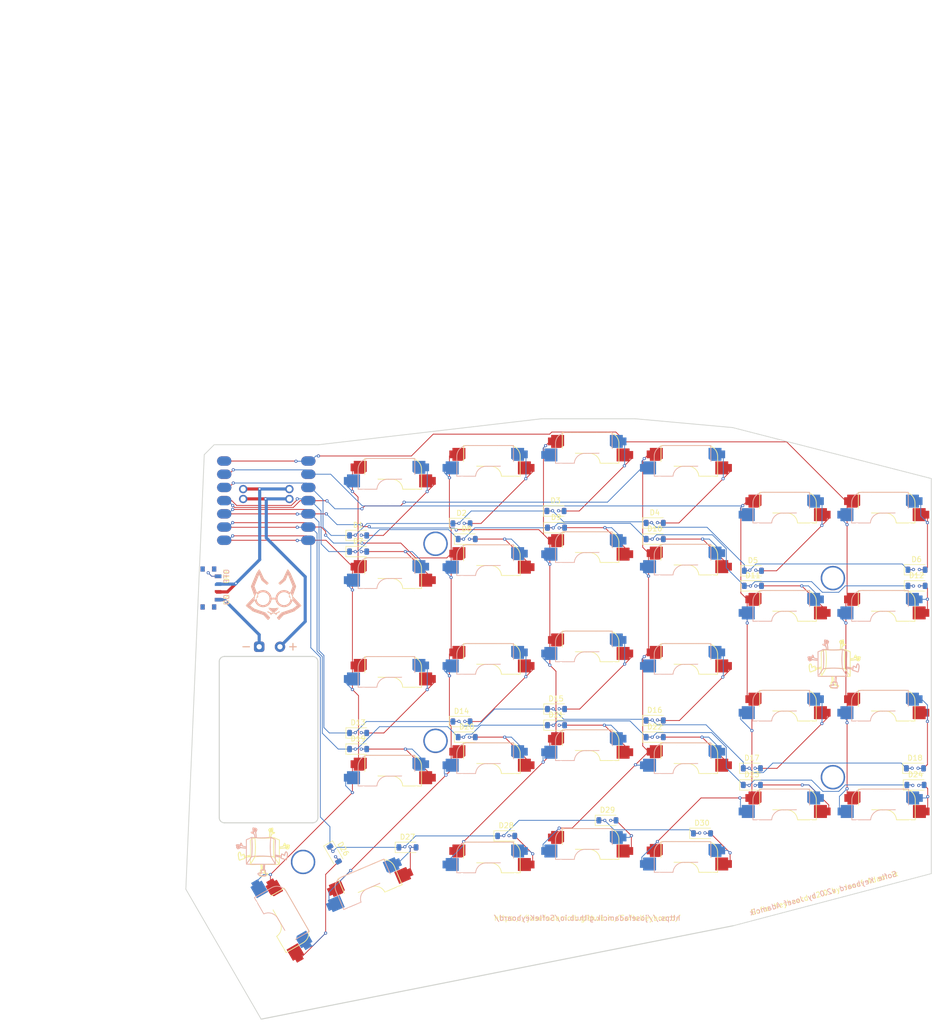
<source format=kicad_pcb>
(kicad_pcb (version 20221018) (generator pcbnew)
  (layers (0 "F.Cu" signal) (31 "B.Cu" signal) (34 "B.Paste" user) (35 "F.Paste" user) (36 "B.SilkS" user "B.Silkscreen") (37 "F.SilkS" user "F.Silkscreen") (38 "B.Mask" user) (39 "F.Mask" user) (44 "Edge.Cuts" user))
  (net 0 "")
  (net 1 "Net-(D1-A)")
  (net 2 "row4")
  (net 3 "Net-(D2-A)")
  (net 4 "Net-(D3-A)")
  (net 5 "row0")
  (net 6 "Net-(D4-A)")
  (net 7 "row1")
  (net 8 "Net-(D5-A)")
  (net 9 "row2")
  (net 10 "Net-(D6-A)")
  (net 11 "row3")
  (net 12 "Net-(D7-A)")
  (net 13 "Net-(D8-A)")
  (net 14 "Net-(D9-A)")
  (net 15 "Net-(D10-A)")
  (net 16 "Net-(D11-A)")
  (net 17 "Net-(D12-A)")
  (net 18 "Net-(D13-A)")
  (net 19 "Net-(D14-A)")
  (net 20 "Net-(D15-A)")
  (net 21 "Net-(D16-A)")
  (net 22 "Net-(D17-A)")
  (net 23 "Net-(D18-A)")
  (net 24 "Net-(D19-A)")
  (net 25 "Net-(D20-A)")
  (net 26 "Net-(D21-A)")
  (net 27 "Net-(D22-A)")
  (net 28 "Net-(D23-A)")
  (net 29 "Net-(D24-A)")
  (net 30 "Net-(D26-A)")
  (net 31 "Net-(D27-A)")
  (net 32 "Net-(D28-A)")
  (net 33 "GND")
  (net 34 "col0")
  (net 35 "col1")
  (net 36 "col2")
  (net 37 "col3")
  (net 38 "col4")
  (net 39 "Net-(D29-A)")
  (net 40 "Net-(D30-A)")
  (net 41 "col5")
  (net 44 "+BATT")
  (net 45 "-BATT")
  (net 46 "batt_alt")
  (net 47 "unconnected-(SW25A-C-Pad3)")
  (footprint "SofleKeyboard-footprint:HOLE_M2_TH" (layer "F.Cu") (at 129.3 59.6)
    (fp_text reference "TH3" hide)
    (fp_text value "HOLE" hide)
  )
  (footprint "SofleKeyboard-footprint:HOLE_M2_TH" (layer "F.Cu") (at 205.8 66.21)
    (fp_text reference "TH4" hide)
    (fp_text value "HOLE" hide)
  )
  (footprint "SofleKeyboard-footprint:HOLE_M2_TH" (layer "F.Cu") (at 205.8 104.51)
    (fp_text reference "TH6" hide)
    (fp_text value "HOLE" hide)
  )
  (footprint "SofleKeyboard-footprint:HOLE_M2_TH" (layer "F.Cu") (at 103.8 120.81 90)
    (fp_text reference "TH7" hide)
    (fp_text value "HOLE" hide)
  )
  (footprint "custom:D_SOD-123_flip" (layer "F.Cu") (at 114.4 58)
    (fp_text reference "D1")
    (fp_text value "D")
  )
  (footprint "custom:D_SOD-123_flip" (layer "F.Cu") (at 134.3 55.7)
    (fp_text reference "D2")
    (fp_text value "D")
  )
  (footprint "custom:D_SOD-123_flip" (layer "F.Cu") (at 152.4 53.3)
    (fp_text reference "D3")
    (fp_text value "D")
  )
  (footprint "custom:D_SOD-123_flip" (layer "F.Cu") (at 171.5 55.6)
    (fp_text reference "D4")
    (fp_text value "D")
  )
  (footprint "custom:D_SOD-123_flip" (layer "F.Cu") (at 190.4 64.8)
    (fp_text reference "D5")
    (fp_text value "D")
  )
  (footprint "custom:D_SOD-123_flip" (layer "F.Cu") (at 221.9 64.6)
    (fp_text reference "D6")
    (fp_text value "D")
  )
  (footprint "custom:D_SOD-123_flip" (layer "F.Cu") (at 114.4 61.1)
    (fp_text reference "D7")
    (fp_text value "D")
  )
  (footprint "custom:D_SOD-123_flip" (layer "F.Cu") (at 135.3 58.7)
    (fp_text reference "D8")
    (fp_text value "D")
  )
  (footprint "custom:D_SOD-123_flip" (layer "F.Cu") (at 152.5 56.5)
    (fp_text reference "D9")
    (fp_text value "D")
  )
  (footprint "custom:D_SOD-123_flip" (layer "F.Cu") (at 171.5 58.7)
    (fp_text reference "D10")
    (fp_text value "D")
  )
  (footprint "custom:D_SOD-123_flip" (layer "F.Cu") (at 190.4 67.7)
    (fp_text reference "D11")
    (fp_text value "D")
  )
  (footprint "custom:D_SOD-123_flip" (layer "F.Cu") (at 221.9 67.7)
    (fp_text reference "D12")
    (fp_text value "D")
  )
  (footprint "custom:D_SOD-123_flip" (layer "F.Cu") (at 114.4 96)
    (fp_text reference "D13")
    (fp_text value "D")
  )
  (footprint "custom:D_SOD-123_flip" (layer "F.Cu") (at 134.3 93.8)
    (fp_text reference "D14")
    (fp_text value "D")
  )
  (footprint "custom:D_SOD-123_flip" (layer "F.Cu") (at 152.5 91.4)
    (fp_text reference "D15")
    (fp_text value "D")
  )
  (footprint "custom:D_SOD-123_flip" (layer "F.Cu") (at 171.5 93.6)
    (fp_text reference "D16")
    (fp_text value "D")
  )
  (footprint "custom:D_SOD-123_flip" (layer "F.Cu") (at 190.2 102.8)
    (fp_text reference "D17")
    (fp_text value "D")
  )
  (footprint "custom:D_SOD-123_flip" (layer "F.Cu") (at 221.6 102.8)
    (fp_text reference "D18")
    (fp_text value "D")
  )
  (footprint "custom:D_SOD-123_flip" (layer "F.Cu") (at 114.4 99.1)
    (fp_text reference "D19")
    (fp_text value "D")
  )
  (footprint "custom:D_SOD-123_flip" (layer "F.Cu") (at 135.3 96.8)
    (fp_text reference "D20")
    (fp_text value "D")
  )
  (footprint "custom:D_SOD-123_flip" (layer "F.Cu") (at 152.5 94.5)
    (fp_text reference "D21")
    (fp_text value "D")
  )
  (footprint "custom:D_SOD-123_flip" (layer "F.Cu") (at 171.5 96.8)
    (fp_text reference "D22")
    (fp_text value "D")
  )
  (footprint "custom:D_SOD-123_flip" (layer "F.Cu") (at 190.2 106)
    (fp_text reference "D23")
    (fp_text value "D")
  )
  (footprint "custom:D_SOD-123_flip" (layer "F.Cu") (at 221.7 106)
    (fp_text reference "D24")
    (fp_text value "D")
  )
  (footprint "custom:D_SOD-123_flip" (layer "F.Cu") (at 109.8 119.3 -60)
    (fp_text reference "D26")
    (fp_text value "D")
  )
  (footprint "custom:D_SOD-123_flip" (layer "F.Cu") (at 123.9 118)
    (fp_text reference "D27")
    (fp_text value "D")
  )
  (footprint "custom:D_SOD-123_flip" (layer "F.Cu") (at 142.9 115.8)
    (fp_text reference "D28")
    (fp_text value "D")
  )
  (footprint "custom:D_SOD-123_flip" (layer "F.Cu") (at 162.4 112.81)
    (fp_text reference "D29")
    (fp_text value "D")
  )
  (footprint "SofleKeyboard-footprint:CherryMX_Hotswap" (layer "F.Cu") (at 120.5 50)
    (fp_text reference "SW1" hide)
    (fp_text value "SW_PUSH" hide)
  )
  (footprint "SofleKeyboard-footprint:CherryMX_Hotswap" (layer "F.Cu") (at 120.5 69.1)
    (fp_text reference "SW7" hide)
    (fp_text value "SW_PUSH" hide)
  )
  (footprint "SofleKeyboard-footprint:CherryMX_Hotswap" (layer "F.Cu") (at 120.5 88.1)
    (fp_text reference "SW13" hide)
    (fp_text value "SW_PUSH" hide)
  )
  (footprint "SofleKeyboard-footprint:CherryMX_Hotswap" (layer "F.Cu") (at 120.5 107.1)
    (fp_text reference "SW19" hide)
    (fp_text value "SW_PUSH" hide)
  )
  (footprint "SofleKeyboard-footprint:CherryMX_Hotswap_1.5" (layer "F.Cu") (at 96.7 133.41 -60)
    (fp_text reference "SW26" hide)
    (fp_text value "SW_PUSH" hide)
  )
  (footprint "SofleKeyboard-footprint:CherryMX_Hotswap" (layer "F.Cu") (at 117.6 128.4 23)
    (fp_text reference "SW27" hide)
    (fp_text value "SW_PUSH" hide)
  )
  (footprint "SofleKeyboard-footprint:CherryMX_Hotswap" (layer "F.Cu") (at 139.5 123.8)
    (fp_text reference "SW28" hide)
    (fp_text value "SW_PUSH" hide)
  )
  (footprint "SofleKeyboard-footprint:CherryMX_Hotswap" (layer "F.Cu") (at 158.5 121.2)
    (fp_text reference "SW29" hide)
    (fp_text value "SW_PUSH" hide)
  )
  (footprint "custom:D_SOD-123_flip" (layer "F.Cu") (at 180.6 115.31)
    (fp_text reference "D30")
    (fp_text value "D")
  )
  (footprint "SofleKeyboard-footprint:CherryMX_Hotswap" (layer "F.Cu") (at 139.5 85.6)
    (fp_text reference "SW14" hide)
    (fp_text value "SW_PUSH" hide)
  )
  (footprint "SofleKeyboard-footprint:CherryMX_Hotswap" (layer "F.Cu") (at 139.5 104.7)
    (fp_text reference "SW20" hide)
    (fp_text value "SW_PUSH" hide)
  )
  (footprint "SofleKeyboard-footprint:CherryMX_Hotswap" (layer "F.Cu") (at 139.5 66.6)
    (fp_text reference "SW8" hide)
    (fp_text value "SW_PUSH" hide)
  )
  (footprint "SofleKeyboard-footprint:CherryMX_Hotswap" (layer "F.Cu") (at 139.5 47.5)
    (fp_text reference "SW2" hide)
    (fp_text value "SW_PUSH" hide)
  )
  (footprint "SofleKeyboard-footprint:CherryMX_Hotswap" (layer "F.Cu") (at 158.5 83.2)
    (fp_text reference "SW15" hide)
    (fp_text value "SW_PUSH" hide)
  )
  (footprint "SofleKeyboard-footprint:CherryMX_Hotswap" (layer "F.Cu") (at 158.5 45.01)
    (fp_text reference "SW3" hide)
    (fp_text value "SW_PUSH" hide)
  )
  (footprint "SofleKeyboard-footprint:CherryMX_Hotswap" (layer "F.Cu") (at 158.5 64.1)
    (fp_text reference "SW9" hide)
    (fp_text value "SW_PUSH" hide)
  )
  (footprint "SofleKeyboard-footprint:CherryMX_Hotswap" (layer "F.Cu") (at 158.5 102.2)
    (fp_text reference "SW21" hide)
    (fp_text value "SW_PUSH" hide)
  )
  (footprint "SofleKeyboard-footprint:CherryMX_Hotswap" (layer "F.Cu") (at 177.5 104.7)
    (fp_text reference "SW22" hide)
    (fp_text value "SW_PUSH" hide)
  )
  (footprint "SofleKeyboard-footprint:CherryMX_Hotswap" (layer "F.Cu") (at 177.5 66.5)
    (fp_text reference "SW10" hide)
    (fp_text value "SW_PUSH" hide)
  )
  (footprint "SofleKeyboard-footprint:CherryMX_Hotswap" (layer "F.Cu") (at 177.5 123.7)
    (fp_text reference "SW30" hide)
    (fp_text value "SW_PUSH" hide)
  )
  (footprint "SofleKeyboard-footprint:CherryMX_Hotswap" (layer "F.Cu") (at 177.5 85.6)
    (fp_text reference "SW16" hide)
    (fp_text value "SW_PUSH" hide)
  )
  (footprint "SofleKeyboard-footprint:CherryMX_Hotswap" (layer "F.Cu") (at 177.5 47.5)
    (fp_text reference "SW4" hide)
    (fp_text value "SW_PUSH" hide)
  )
  (footprint "SofleKeyboard-footprint:CherryMX_Hotswap" (layer "F.Cu") (at 196.5 56.5)
    (fp_text reference "SW5" hide)
    (fp_text value "SW_PUSH" hide)
  )
  (footprint "SofleKeyboard-footprint:CherryMX_Hotswap" (layer "F.Cu") (at 196.5 113.6)
    (fp_text reference "SW23" hide)
    (fp_text value "SW_PUSH" hide)
  )
  (footprint "SofleKeyboard-footprint:CherryMX_Hotswap" (layer "F.Cu") (at 215.5 94.6)
    (fp_text reference "SW18" hide)
    (fp_text value "SW_PUSH" hide)
  )
  (footprint "SofleKeyboard-footprint:CherryMX_Hotswap" (layer "F.Cu") (at 215.55 113.6)
    (fp_text reference "SW24" hide)
    (fp_text value "SW_PUSH" hide)
  )
  (footprint "SofleKeyboard-footprint:CherryMX_Hotswap" (layer "F.Cu") (at 215.5 56.5)
    (fp_text reference "SW6" hide)
    (fp_text value "SW_PUSH" hide)
  )
  (footprint "SofleKeyboard-footprint:CherryMX_Hotswap" (layer "F.Cu") (at 215.5 75.4)
    (fp_text reference "SW12" hide)
    (fp_text value "SW_PUSH" hide)
  )
  (footprint "SofleKeyboard-footprint:CherryMX_Hotswap" (layer "F.Cu") (at 196.5 94.6)
    (fp_text reference "SW17" hide)
    (fp_text value "SW_PUSH" hide)
  )
  (footprint "SofleKeyboard-footprint:CherryMX_Hotswap" (layer "F.Cu") (at 196.5 75.4)
    (fp_text reference "SW11" hide)
    (fp_text value "SW_PUSH" hide)
  )
  (footprint "SofleKeyboard-footprint:HOLE_M2_TH" (layer "F.Cu") (at 129.3 97.51)
    (fp_text reference "TH5" hide)
    (fp_text value "HOLE" hide)
  )
  (footprint "SofleKeyboard-footprint:SofleLogoSmall" (layer "F.Cu") (at 96.88 125.952)
    (fp_text reference "Ref**" hide)
    (fp_text value "Val**" hide)
  )
  (footprint "SofleKeyboard-footprint:SofleLogoSmall" (layer "F.Cu") (at 206.78 89.752)
    (fp_text reference "Ref**" hide)
    (fp_text value "Val**" hide)
  )
  (footprint "xenia:xenia" (layer "F.Cu") (at 98.112 70.397)
    (fp_text reference "G***" hide)
    (fp_text value "LOGO" hide)
  )
  (footprint "custom:Battery" (layer "F.Cu") (at 97.35 79.414 180)
    (fp_text reference "J1" hide)
    (fp_text value "Conn_01x02" hide)
  )
  (footprint "custom:XIAO_nRF52840_DUAL" (layer "F.Cu") (at 96.715 40.806)
    (fp_text reference "U1" hide)
    (fp_text value "XIAO_nRF52840" hide)
  )
  (footprint "custom:MSK-12C02_DUAL" (layer "F.Cu") (at 84.302 68.111 90)
    (fp_text reference "SW25" hide)
    (fp_text value "SW_DPDT_x2")
  )
  (footprint "SofleKeyboard-footprint:SofleLogoSmall" (layer "B.Cu") (at 95.23 125.902 180)
    (fp_text reference "Ref**" hide)
    (fp_text value "Val**" hide)
  )
  (footprint "SofleKeyboard-footprint:SofleLogoSmall" (layer "B.Cu") (at 205.28 89.752 180)
    (fp_text reference "Ref**" hide)
    (fp_text value "Val**" hide)
  )
  (footprint "xenia:xenia" (layer "B.Cu") (at 98.112 70.397 180)
    (fp_text reference "G***" hide)
    (fp_text value "LOGO" hide)
  )
  (gr_line (start 224.73 123.052) (end 224.73 47.052) (stroke (width 0.15)) (layer "Edge.Cuts"))
  (gr_arc (start 87.659894 82.280104) (mid 87.952802 81.573012) (end 88.659894 81.280104) (stroke (width 0.2)) (layer "Edge.Cuts"))
  (gr_line (start 106.748 40.552) (end 149.73 35.552) (stroke (width 0.15)) (layer "Edge.Cuts"))
  (gr_arc (start 88.659894 113.280102) (mid 87.952794 112.987202) (end 87.659894 112.280102) (stroke (width 0.2)) (layer "Edge.Cuts"))
  (gr_line (start 106.748 40.552) (end 86.682 40.552) (stroke (width 0.15)) (layer "Edge.Cuts"))
  (gr_line (start 167.73 35.552) (end 186.504 37.25) (stroke (width 0.15)) (layer "Edge.Cuts"))
  (gr_line (start 87.659894 82.280104) (end 87.659894 112.280102) (stroke (width 0.2)) (layer "Edge.Cuts"))
  (gr_line (start 186.73 133.052) (end 95.73 151.052) (stroke (width 0.2)) (layer "Edge.Cuts"))
  (gr_line (start 106.659892 112.280104) (end 106.659894 82.280106) (stroke (width 0.2)) (layer "Edge.Cuts"))
  (gr_line (start 86.682 40.552) (end 84.777 42.457) (stroke (width 0.15)) (layer "Edge.Cuts"))
  (gr_line (start 81.23 126.052) (end 95.73 151.052) (stroke (width 0.15)) (layer "Edge.Cuts"))
  (gr_line (start 186.504 37.25) (end 224.73 47.052) (stroke (width 0.15)) (layer "Edge.Cuts"))
  (gr_arc (start 106.659892 112.280104) (mid 106.367013 112.987225) (end 105.659892 113.280104) (stroke (width 0.2)) (layer "Edge.Cuts"))
  (gr_line (start 167.73 35.552) (end 149.73 35.552) (stroke (width 0.15)) (layer "Edge.Cuts"))
  (gr_arc (start 105.659894 81.280106) (mid 106.367007 81.572993) (end 106.659894 82.280106) (stroke (width 0.2)) (layer "Edge.Cuts"))
  (gr_line (start 88.659894 81.280104) (end 105.659894 81.280106) (stroke (width 0.2)) (layer "Edge.Cuts"))
  (gr_line (start 186.73 133.052) (end 224.73 123.052) (stroke (width 0.15)) (layer "Edge.Cuts"))
  (gr_line (start 84.777 42.457) (end 81.23 126.052) (stroke (width 0.15)) (layer "Edge.Cuts"))
  (gr_line (start 88.659894 113.280102) (end 105.659892 113.280104) (stroke (width 0.2)) (layer "Edge.Cuts"))
  (gr_text "Sofle Keyboard v2.0 by Josef Adamcik" (at 203.93 126.852 15) (layer "B.SilkS") (effects (font (size 1 1)) (justify mirror)))
  (gr_text "https://josefadamcik.github.io/SofleKeyboard/" (at 158.48 131.602) (layer "B.SilkS") (effects (font (size 1 1)) (justify mirror)))
  (gr_text "Sofle Keyboard v2.0 by Josef Adamcik" (at 204.18 126.802 15) (layer "F.SilkS") (effects (font (size 1 1))))
  (gr_text "https://josefadamcik.github.io/SofleKeyboard/" (at 158.53 131.602) (layer "F.SilkS") (effects (font (size 1 1))))
  (segment (start 115.052 58) (end 115.003 57.951) (width 0.15) (layer "F.Cu") (net 1))
  (segment (start 129 47.5) (end 129 48.25) (width 0.15) (layer "F.Cu") (net 1))
  (segment (start 119.25 58) (end 116.05 58) (width 0.15) (layer "F.Cu") (net 1))
  (segment (start 127.692 49.558) (end 119.25 58) (width 0.15) (layer "F.Cu") (net 1))
  (segment (start 129 48.25) (end 127.692 49.558) (width 0.15) (layer "F.Cu") (net 1))
  (segment (start 116.05 58) (end 115.052 58) (width 0.15) (layer "F.Cu") (net 1))
  (via (at 127.692 49.558) (size 0.6) (drill 0.3) (layers "F.Cu" "B.Cu") (net 1))
  (via (at 115.003 57.951) (size 0.6) (drill 0.3) (layers "F.Cu" "B.Cu") (net 1))
  (segment (start 127.7 44.9) (end 127.7 49.55) (width 0.15) (layer "B.Cu") (net 1))
  (segment (start 116.05 58) (end 115.052 58) (width 0.15) (layer "B.Cu") (net 1))
  (segment (start 127.7 49.55) (end 127.692 49.558) (width 0.15) (layer "B.Cu") (net 1))
  (segment (start 115.052 58) (end 115.003 57.951) (width 0.15) (layer "B.Cu") (net 1))
  (segment (start 102.643 58.926) (end 88.14504 58.926) (width 0.15) (layer "F.Cu") (net 2))
  (segment (start 161.861 112.81) (end 161.866 112.815) (width 0.15) (layer "F.Cu") (net 2))
  (segment (start 123.28 118) (end 123.385 117.895) (width 0.15) (layer "F.Cu") (net 2))
  (segment (start 160.75 112.81) (end 161.861 112.81) (width 0.15) (layer "F.Cu") (net 2))
  (segment (start 142.371 115.8) (end 142.435 115.736) (width 0.15) (layer "F.Cu") (net 2))
  (segment (start 122.25 118) (end 123.28 118) (width 0.15) (layer "F.Cu") (net 2))
  (segment (start 108.975 118.217) (end 109.542 118.784) (width 0.15) (layer "F.Cu") (net 2))
  (segment (start 178.95 115.31) (end 180.072 115.31) (width 0.15) (layer "F.Cu") (net 2))
  (segment (start 102.684 58.967) (end 102.643 58.926) (width 0.15) (layer "F.Cu") (net 2))
  (segment (start 141.25 115.8) (end 142.371 115.8) (width 0.15) (layer "F.Cu") (net 2))
  (segment (start 180.072 115.31) (end 180.154 115.228) (width 0.15) (layer "F.Cu") (net 2))
  (segment (start 108.975 117.871058) (end 108.975 118.217) (width 0.15) (layer "F.Cu") (net 2))
  (via (at 123.385 117.895) (size 0.6) (drill 0.3) (layers "F.Cu" "B.Cu") (net 2))
  (via (at 161.866 112.815) (size 0.6) (drill 0.3) (layers "F.Cu" "B.Cu") (net 2))
  (via (at 180.154 115.228) (size 0.6) (drill 0.3) (layers "F.Cu" "B.Cu") (net 2))
  (via (at 102.684 58.967) (size 0.6) (drill 0.3) (layers "F.Cu" "B.Cu") (net 2))
  (via (at 109.542 118.784) (size 0.6) (drill 0.3) (layers "F.Cu" "B.Cu") (net 2))
  (via (at 142.435 115.736) (size 0.6) (drill 0.3) (layers "F.Cu" "B.Cu") (net 2))
  (segment (start 122.25 118) (end 123.28 118) (width 0.15) (layer "B.Cu") (net 2))
  (segment (start 145.361 112.81) (end 142.435 115.736) (width 0.15) (layer "B.Cu") (net 2))
  (segment (start 108.975 118.217) (end 109.542 118.784) (width 0.15) (layer "B.Cu") (net 2))
  (segment (start 160.75 112.81) (end 161.861 112.81) (width 0.15) (layer "B.Cu") (net 2))
  (segment (start 102.684 58.967) (end 105.24396 58.967) (width 0.15) (layer "B.Cu") (net 2))
  (segment (start 123.28 118) (end 123.385 117.895) (width 0.15) (layer "B.Cu") (net 2))
  (segment (start 122.25 118) (end 110.326 118) (width 0.15) (layer "B.Cu") (net 2))
  (segment (start 178.26088 114.62088) (end 163.67188 114.62088) (width 0.15) (layer "B.Cu") (net 2))
  (segment (start 180.072 115.31) (end 180.154 115.228) (width 0.15) (layer "B.Cu") (net 2))
  (segment (start 107.129 81.446) (end 105.28496 79.60196) (width 0.15) (layer "B.Cu") (net 2))
  (segment (start 141.25 115.8) (end 142.371 115.8) (width 0.15) (layer "B.Cu") (net 2))
  (segment (start 163.67188 114.62088) (end 161.866 112.815) (width 0.15) (layer "B.Cu") (net 2))
  (segment (start 178.95 115.31) (end 180.072 115.31) (width 0.15) (layer "B.Cu") (net 2))
  (segment (start 141.25 115.8) (end 125.48 115.8) (width 0.15) (layer "B.Cu") (net 2))
  (segment (start 107.129 112.18) (end 107.129 81.446) (width 0.15) (layer "B.Cu") (net 2))
  (segment (start 125.48 115.8) (end 123.385 117.895) (width 0.15) (layer "B.Cu") (net 2))
  (segment (start 160.75 112.81) (end 145.361 112.81) (width 0.15) (layer "B.Cu") (net 2))
  (segment (start 105.28496 79.60196) (end 105.28496 58.926) (width 0.15) (layer "B.Cu") (net 2))
  (segment (start 108.975 117.871058) (end 108.975 118.217) (width 0.15) (layer "B.Cu") (net 2))
  (segment (start 108.975 117.871058) (end 108.975 114.026) (width 0.15) (layer "B.Cu") (net 2))
  (segment (start 178.95 115.31) (end 178.26088 114.62088) (width 0.15) (layer "B.Cu") (net 2))
  (segment (start 110.326 118) (end 109.542 118.784) (width 0.15) (layer "B.Cu") (net 2))
  (segment (start 105.24396 58.967) (end 105.28496 58.926) (width 0.15) (layer "B.Cu") (net 2))
  (segment (start 142.371 115.8) (end 142.435 115.736) (width 0.15) (layer "B.Cu") (net 2))
  (segment (start 161.861 112.81) (end 161.866 112.815) (width 0.15) (layer "B.Cu") (net 2))
  (segment (start 108.975 114.026) (end 107.129 112.18) (width 0.15) (layer "B.Cu") (net 2))
  (segment (start 148 45) (end 148 45.75) (width 0.15) (layer "F.Cu") (net 3))
  (segment (start 134.85 55.7) (end 134.815 55.665) (width 0.15) (layer "F.Cu") (net 3))
  (segment (start 138.05 55.7) (end 135.95 55.7) (width 0.15) (layer "F.Cu") (net 3))
  (segment (start 146.6735 47.0765) (end 138.05 55.7) (width 0.15) (layer "F.Cu") (net 3))
  (segment (start 148 45.75) (end 146.6735 47.0765) (width 0.15) (layer "F.Cu") (net 3))
  (segment (start 135.95 55.7) (end 134.85 55.7) (width 0.15) (layer "F.Cu") (net 3))
  (via (at 146.6735 47.0765) (size 0.6) (drill 0.3) (layers "F.Cu" "B.Cu") (net 3))
  (via (at 134.815 55.665) (size 0.6) (drill 0.3) (layers "F.Cu" "B.Cu") (net 3))
  (segment (start 146.7 42.4) (end 146.7 47.05) (width 0.15) (layer "B.Cu") (net 3))
  (segment (start 135.95 55.7) (end 134.85 55.7) (width 0.15) (layer "B.Cu") (net 3))
  (segment (start 134.85 55.7) (end 134.815 55.665) (width 0.15) (layer "B.Cu") (net 3))
  (segment (start 146.7 47.05) (end 146.6735 47.0765) (width 0.15) (layer "B.Cu") (net 3))
  (segment (start 153.024 53.3) (end 152.976 53.252) (width 0.15) (layer "F.Cu") (net 4))
  (segment (start 167 42.51) (end 167 43.26) (width 0.15) (layer "F.Cu") (net 4))
  (segment (start 167 43.26) (end 165.66 44.6) (width 0.15) (layer "F.Cu") (net 4))
  (segment (start 165.66 44.6) (end 156.96 53.3) (width 0.15) (layer "F.Cu") (net 4))
  (segment (start 156.96 53.3) (end 154.05 53.3) (width 0.15) (layer "F.Cu") (net 4))
  (segment (start 154.05 53.3) (end 153.024 53.3) (width 0.15) (layer "F.Cu") (net 4))
  (via (at 165.66 44.6) (size 0.6) (drill 0.3) (layers "F.Cu" "B.Cu") (net 4))
  (via (at 152.976 53.252) (size 0.6) (drill 0.3) (layers "F.Cu" "B.Cu") (net 4))
  (segment (start 153.024 53.3) (end 152.976 53.252) (width 0.15) (layer "B.Cu") (net 4))
  (segment (start 165.7 44.56) (end 165.66 44.6) (width 0.15) (layer "B.Cu") (net 4))
  (segment (start 154.05 53.3) (end 153.024 53.3) (width 0.15) (layer "B.Cu") (net 4))
  (segment (start 165.7 39.91) (end 165.7 44.56) (width 0.15) (layer "B.Cu") (net 4))
  (segment (start 132.65 55.7) (end 133.764 55.7) (width 0.15) (layer "F.Cu") (net 5))
  (segment (start 170.821 55.6) (end 170.883 55.538) (width 0.15) (layer "F.Cu") (net 5))
  (segment (start 220.25 64.6) (end 221.257 64.6) (width 0.15) (layer "F.Cu") (net 5))
  (segment (start 89.517 48.766) (end 90.365 47.918) (width 0.15) (layer "F.Cu") (net 5))
  (segment (start 169.85 55.6) (end 170.821 55.6) (width 0.15) (layer "F.Cu") (net 5))
  (segment (start 189.688 64.8) (end 189.806 64.682) (width 0.15) (layer "F.Cu") (net 5))
  (segment (start 188.75 64.8) (end 189.688 64.8) (width 0.15) (layer "F.Cu") (net 5))
  (segment (start 151.785 53.3) (end 151.833 53.252) (width 0.15) (layer "F.Cu") (net 5))
  (segment (start 133.764 55.7) (end 133.799 55.665) (width 0.15) (layer "F.Cu") (net 5))
  (segment (start 221.257 64.6) (end 221.302 64.555) (width 0.15) (layer "F.Cu") (net 5))
  (segment (start 112.75 58) (end 113.811 58) (width 0.15) (layer "F.Cu") (net 5))
  (segment (start 88.14504 48.766) (end 89.517 48.766) (width 0.15) (layer "F.Cu") (net 5))
  (segment (start 150.75 53.3) (end 151.785 53.3) (width 0.15) (layer "F.Cu") (net 5))
  (segment (start 113.811 58) (end 113.86 57.951) (width 0.15) (layer "F.Cu") (net 5))
  (via (at 113.86 57.951) (size 0.6) (drill 0.3) (layers "F.Cu" "B.Cu") (net 5))
  (via (at 189.806 64.682) (size 0.6) (drill 0.3) (layers "F.Cu" "B.Cu") (net 5))
  (via (at 133.799 55.665) (size 0.6) (drill 0.3) (layers "F.Cu" "B.Cu") (net 5))
  (via (at 90.365 47.918) (size 0.6) (drill 0.3) (layers "F.Cu" "B.Cu") (net 5))
  (via (at 170.883 55.538) (size 0.6) (drill 0.3) (layers "F.Cu" "B.Cu") (net 5))
  (via (at 151.833 53.252) (size 0.6) (drill 0.3) (layers "F.Cu" "B.Cu") (net 5))
  (via (at 221.302 64.555) (size 0.6) (drill 0.3) (layers "F.Cu" "B.Cu") (net 5))
  (segment (start 107.637 56.427) (end 107.637 51.11804) (width 0.15) (layer "B.Cu") (net 5))
  (segment (start 220.25 64.6) (end 221.257 64.6) (width 0.15) (layer "B.Cu") (net 5))
  (segment (start 109.21 58) (end 107.637 56.427) (width 0.15) (layer "B.Cu") (net 5))
  (segment (start 112.75 58) (end 109.21 58) (width 0.15) (layer "B.Cu") (net 5))
  (segment (start 150.75 53.3) (end 151.785 53.3) (width 0.15) (layer "B.Cu") (net 5))
  (segment (start 90.365 47.918) (end 104.43696 47.918) (width 0.15) (layer "B.Cu") (net 5))
  (segment (start 169.625 55.375) (end 153.956 55.375) (width 0.15) (layer "B.Cu") (net 5))
  (segment (start 133.764 55.7) (end 133.799 55.665) (width 0.15) (layer "B.Cu") (net 5))
  (segment (start 219.135 63.485) (end 191.003 63.485) (width 0.15) (layer "B.Cu") (net 5))
  (segment (start 191.003 63.485) (end 189.806 64.682) (width 0.15) (layer "B.Cu") (net 5))
  (segment (start 188.75 63.607536) (end 181.567464 56.425) (width 0.15) (layer "B.Cu") (net 5))
  (segment (start 171.77 56.425) (end 170.883 55.538) (width 0.15) (layer "B.Cu") (net 5))
  (segment (start 132.65 55.7) (end 116.111 55.7) (width 0.15) (layer "B.Cu") (net 5))
  (segment (start 104.43696 47.918) (end 105.28496 48.766) (width 0.15) (layer "B.Cu") (net 5))
  (segment (start 116.111 55.7) (end 113.86 57.951) (width 0.15) (layer "B.Cu") (net 5))
  (segment (start 188.75 64.8) (end 189.688 64.8) (width 0.15) (layer "B.Cu") (net 5))
  (segment (start 150.75 53.3) (end 136.164 53.3) (width 0.15) (layer "B.Cu") (net 5))
  (segment (start 188.75 64.8) (end 188.75 63.607536) (width 0.15) (layer "B.Cu") (net 5))
  (segment (start 132.65 55.7) (end 133.764 55.7) (width 0.15) (layer "B.Cu") (net 5))
  (segment (start 113.811 58) (end 113.86 57.951) (width 0.15) (layer "B.Cu") (net 5))
  (segment (start 107.637 51.11804) (end 105.28496 48.766) (width 0.15) (layer "B.Cu") (net 5))
  (segment (start 169.85 55.6) (end 169.625 55.375) (width 0.15) (layer "B.Cu") (net 5))
  (segment (start 112.75 58) (end 113.811 58) (width 0.15) (layer "B.Cu") (net 5))
  (segment (start 151.785 53.3) (end 151.833 53.252) (width 0.15) (layer "B.Cu") (net 5))
  (segment (start 220.25 64.6) (end 219.135 63.485) (width 0.15) (layer "B.Cu") (net 5))
  (segment (start 136.164 53.3) (end 133.799 55.665) (width 0.15) (layer "B.Cu") (net 5))
  (segment (start 189.688 64.8) (end 189.806 64.682) (width 0.15) (layer "B.Cu") (net 5))
  (segment (start 221.257 64.6) (end 221.302 64.555) (width 0.15) (layer "B.Cu") (net 5))
  (segment (start 153.956 55.375) (end 151.833 53.252) (width 0.15) (layer "B.Cu") (net 5))
  (segment (start 170.821 55.6) (end 170.883 55.538) (width 0.15) (layer "B.Cu") (net 5))
  (segment (start 169.85 55.6) (end 170.821 55.6) (width 0.15) (layer "B.Cu") (net 5))
  (segment (start 181.567464 56.425) (end 171.77 56.425) (width 0.15) (layer "B.Cu") (net 5))
  (segment (start 184.66 47.09) (end 176.15 55.6) (width 0.15) (layer "F.Cu") (net 6))
  (segment (start 186 45.75) (end 184.66 47.09) (width 0.15) (layer "F.Cu") (net 6))
  (segment (start 173.15 55.6) (end 172.088 55.6) (width 0.15) (layer "F.Cu") (net 6))
  (segment (start 172.088 55.6) (end 172.026 55.538) (width 0.15) (layer "F.Cu") (net 6))
  (segment (start 176.15 55.6) (end 173.15 55.6) (width 0.15) (layer "F.Cu") (net 6))
  (segment (start 186 45) (end 186 45.75) (width 0.15) (layer "F.Cu") (net 6))
  (via (at 172.026 55.538) (size 0.6) (drill 0.3) (layers "F.Cu" "B.Cu") (net 6))
  (via (at 184.66 47.09) (size 0.6) (drill 0.3) (layers "F.Cu" "B.Cu") (net 6))
  (segment (start 184.7 47.05) (end 184.66 47.09) (width 0.15) (layer "B.Cu") (net 6))
  (segment (start 173.15 55.6) (end 172.088 55.6) (width 0.15) (layer "B.Cu") (net 6))
  (segment (start 184.7 42.4) (end 184.7 47.05) (width 0.15) (layer "B.Cu") (net 6))
  (segment (start 172.088 55.6) (end 172.026 55.538) (width 0.15) (layer "B.Cu") (net 6))
  (segment (start 150.85 56.5) (end 151.906 56.5) (width 0.15) (layer "F.Cu") (net 7))
  (segment (start 189.903 67.7) (end 189.933 67.73) (width 0.15) (layer "F.Cu") (net 7))
  (segment (start 90.07 51.306) (end 88.14504 51.306) (width 0.15) (layer "F.Cu") (net 7))
  (segment (start 113.834 61.1) (end 112.75 61.1) (width 0.15) (layer "F.Cu") (net 7))
  (segment (start 170.997 58.7) (end 171.01 58.713) (width 0.15) (layer "F.Cu") (net 7))
  (segment (start 134.675 58.7) (end 134.688 58.713) (width 0.15) (layer "F.Cu") (net 7))
  (segment (start 188.75 67.7) (end 189.903 67.7) (width 0.15) (layer "F.Cu") (net 7))
  (segment (start 101.541 52.236) (end 91 52.236) (width 0.15) (layer "F.Cu") (net 7))
  (segment (start 102.684 51.093) (end 101.541 52.236) (width 0.15) (layer "F.Cu") (net 7))
  (segment (start 91 52.236) (end 90.07 51.306) (width 0.15) (layer "F.Cu") (net 7))
  (segment (start 169.85 58.7) (end 170.997 58.7) (width 0.15) (layer "F.Cu") (net 7))
  (segment (start 102.684 50.966) (end 102.684 51.093) (width 0.15) (layer "F.Cu") (net 7))
  (segment (start 221.302 67.73) (end 221.272 67.7) (width 0.15) (layer "F.Cu") (net 7))
  (segment (start 151.906 56.5) (end 151.96 56.554) (width 0.15) (layer "F.Cu") (net 7))
  (segment (start 221.272 67.7) (end 220.25 67.7) (width 0.15) (layer "F.Cu") (net 7))
  (segment (start 113.86 61.126) (end 113.834 61.1) (width 0.15) (layer "F.Cu") (net 7))
  (segment (start 133.65 58.7) (end 134.675 58.7) (width 0.15) (layer "F.Cu") (net 7))
  (via (at 171.01 58.713) (size 0.6) (drill 0.3) (layers "F.Cu" "B.Cu") (net 7))
  (via (at 189.933 67.73) (size 0.6) (drill 0.3) (layers "F.Cu" "B.Cu") (net 7))
  (via (at 102.684 50.966) (size 0.6) (drill 0.3) (layers "F.Cu" "B.Cu") (net 7))
  (via (at 151.96 56.554) (size 0.6) (drill 0.3) (layers "F.Cu" "B.Cu") (net 7))
  (via (at 113.86 61.126) (size 0.6) (drill 0.3) (layers "F.Cu" "B.Cu") (net 7))
  (via (at 134.688 58.713) (size 0.6) (drill 0.3) (layers "F.Cu" "B.Cu") (net 7))
  (via (at 221.302 67.73) (size 0.6) (drill 0.3) (layers "F.Cu" "B.Cu") (net 7))
  (segment (start 203.7532 68.935) (end 201.6932 66.875) (width 0.15) (layer "B.Cu") (net 7))
  (segment (start 114.260537 61.126) (end 113.86 61.126) (width 0.15) (layer "B.Cu") (net 7))
  (segment (start 152.839 55.675) (end 151.96 56.554) (width 0.15) (layer "B.Cu") (net 7))
  (segment (start 190.788 66.875) (end 189.933 67.73) (width 0.15) (layer "B.Cu") (net 7))
  (segment (start 150.85 56.5) (end 150.825 56.525) (width 0.15) (layer "B.Cu") (net 7))
  (segment (start 107.256 53.27704) (end 105.28496 51.306) (width 0.15) (layer "B.Cu") (net 7))
  (segment (start 201.6932 66.875) (end 190.788 66.875) (width 0.15) (layer "B.Cu") (net 7))
  (segment (start 221.302 67.73) (end 221.272 67.7) (width 0.15) (layer "B.Cu") (net 7))
  (segment (start 134.675 58.7) (end 134.688 58.713) (width 0.15) (layer "B.Cu") (net 7))
  (segment (start 206.928732 68.935) (end 203.7532 68.935) (width 0.15) (layer "B.Cu") (net 7))
  (segment (start 118.511537 56.875) (end 114.260537 61.126) (width 0.15) (layer "B.Cu") (net 7))
  (segment (start 131.825 56.875) (end 118.511537 56.875) (width 0.15) (layer "B.Cu") (net 7))
  (segment (start 188.75 67.7) (end 185.275 64.225) (width 0.15) (layer "B.Cu") (net 7))
  (segment (start 170.997 58.7) (end 171.01 58.713) (width 0.15) (layer "B.Cu") (net 7))
  (segment (start 133.65 58.7) (end 134.675 58.7) (width 0.15) (layer "B.Cu") (net 7))
  (segment (start 185.275 60.5568) (end 182.5932 57.875) (width 0.15) (layer "B.Cu") (net 7))
  (segment (start 104.94496 50.966) (end 105.28496 51.306) (width 0.15) (layer "B.Cu") (net 7))
  (segment (start 221.272 67.7) (end 220.25 67.7) (width 0.15) (layer "B.Cu") (net 7))
  (segment (start 185.275 64.225) (end 185.275 60.5568) (width 0.15) (layer "B.Cu") (net 7))
  (segment (start 136.876 56.525) (end 134.688 58.713) (width 0.15) (layer "B.Cu") (net 7))
  (segment (start 220.25 67.7) (end 208.163732 67.7) (width 0.15) (layer "B.Cu") (net 7))
  (segment (start 113.834 61.1) (end 112.75 61.1) (width 0.15) (layer "B.Cu") (net 7))
  (segment (start 102.684 50.966) (end 104.94496 50.966) (width 0.15) (layer "B.Cu") (net 7))
  (segment (start 166.825 55.675) (end 152.839 55.675) (width 0.15) (layer "B.Cu") (net 7))
  (segment (start 113.86 61.126) (end 113.834 61.1) (width 0.15) (layer "B.Cu") (net 7))
  (segment (start 107.256 59.602) (end 107.256 53.27704) (width 0.15) (layer "B.Cu") (net 7))
  (segment (start 188.75 67.7) (end 189.903 67.7) (width 0.15) (layer "B.Cu") (net 7))
  (segment (start 189.903 67.7) (end 189.933 67.73) (width 0.15) (layer "B.Cu") (net 7))
  (segment (start 208.163732 67.7) (end 206.928732 68.935) (width 0.15) (layer "B.Cu") (net 7))
  (segment (start 150.825 56.525) (end 136.876 56.525) (width 0.15) (layer "B.Cu") (net 7))
  (segment (start 169.85 58.7) (end 170.997 58.7) (width 0.15) (layer "B.Cu") (net 7))
  (segment (start 108.754 61.1) (end 107.256 59.602) (width 0.15) (layer "B.Cu") (net 7))
  (segment (start 112.75 61.1) (end 108.754 61.1) (width 0.15) (layer "B.Cu") (net 7))
  (segment (start 169.85 58.7) (end 166.825 55.675) (width 0.15) (layer "B.Cu") (net 7))
  (segment (start 150.85 56.5) (end 151.906 56.5) (width 0.15) (layer "B.Cu") (net 7))
  (segment (start 151.906 56.5) (end 151.96 56.554) (width 0.15) (layer "B.Cu") (net 7))
  (segment (start 182.5932 57.875) (end 171.848 57.875) (width 0.15) (layer "B.Cu") (net 7))
  (segment (start 133.65 58.7) (end 131.825 56.875) (width 0.15) (layer "B.Cu") (net 7))
  (segment (start 171.848 57.875) (end 171.01 58.713) (width 0.15) (layer "B.Cu") (net 7))
  (segment (start 194.95 64.8) (end 192.05 64.8) (width 0.15) (layer "F.Cu") (net 8))
  (segment (start 205 54.75) (end 203.6765 56.0735) (width 0.15) (layer "F.Cu") (net 8))
  (segment (start 191.067 64.8) (end 190.949 64.682) (width 0.15) (layer "F.Cu") (net 8))
  (segment (start 192.05 64.8) (end 191.067 64.8) (width 0.15) (layer "F.Cu") (net 8))
  (segment (start 203.6765 56.0735) (end 194.95 64.8) (width 0.15) (layer "F.Cu") (net 8))
  (segment (start 205 54) (end 205 54.75) (width 0.15) (layer "F.Cu") (net 8))
  (via (at 190.949 64.682) (size 0.6) (drill 0.3) (layers "F.Cu" "B.Cu") (net 8))
  (via (at 203.6765 56.0735) (size 0.6) (drill 0.3) (layers "F.Cu" "B.Cu") (net 8))
  (segment (start 191.067 64.8) (end 190.949 64.682) (width 0.15) (layer "B.Cu") (net 8))
  (segment (start 203.7 56.05) (end 203.6765 56.0735) (width 0.15) (layer "B.Cu") (net 8))
  (segment (start 203.7 51.4) (end 203.7 56.05) (width 0.15) (layer "B.Cu") (net 8))
  (segment (start 192.05 64.8) (end 191.067 64.8) (width 0.15) (layer "B.Cu") (net 8))
  (segment (start 170.921 93.6) (end 171.01 93.511) (width 0.15) (layer "F.Cu") (net 9))
  (segment (start 132.65 93.8) (end 133.764 93.8) (width 0.15) (layer "F.Cu") (net 9))
  (segment (start 219.95 102.8) (end 221.03 102.8) (width 0.15) (layer "F.Cu") (net 9))
  (segment (start 133.764 93.8) (end 133.799 93.765) (width 0.15) (layer "F.Cu") (net 9))
  (segment (start 102.684 53.887) (end 102.643 53.846) (width 0.15) (layer "F.Cu") (net 9))
  (segment (start 151.912 91.4) (end 151.96 91.352) (width 0.15) (layer "F.Cu") (net 9))
  (segment (start 150.85 91.4) (end 151.912 91.4) (width 0.15) (layer "F.Cu") (net 9))
  (segment (start 221.03 102.8) (end 221.048 102.782) (width 0.15) (layer "F.Cu") (net 9))
  (segment (start 169.85 93.6) (end 170.921 93.6) (width 0.15) (layer "F.Cu") (net 9))
  (segment (start 102.643 53.846) (end 88.14504 53.846) (width 0.15) (layer "F.Cu") (net 9))
  (segment (start 189.661 102.8) (end 189.679 102.782) (width 0.15) (layer "F.Cu") (net 9))
  (segment (start 113.784 96) (end 113.86 95.924) (width 0.15) (layer "F.Cu") (net 9))
  (segment (start 188.55 102.8) (end 189.661 102.8) (width 0.15) (layer "F.Cu") (net 9))
  (segment (start 112.75 96) (end 113.784 96) (width 0.15) (layer "F.Cu") (net 9))
  (via (at 151.96 91.352) (size 0.6) (drill 0.3) (layers "F.Cu" "B.Cu") (net 9))
  (via (at 189.679 102.782) (size 0.6) (drill 0.3) (layers "F.Cu" "B.Cu") (net 9))
  (via (at 113.86 95.924) (size 0.6) (drill 0.3) (layers "F.Cu" "B.Cu") (net 9))
  (via (at 221.048 102.782) (size 0.6) (drill 0.3) (layers "F.Cu" "B.Cu") (net 9))
  (via (at 102.684 53.887) (size 0.6) (drill 0.3) (layers "F.Cu" "B.Cu") (net 9))
  (via (at 133.799 93.765) (size 0.6) (drill 0.3) (layers "F.Cu" "B.Cu") (net 9))
  (via (at 171.01 93.511) (size 0.6) (drill 0.3) (layers "F.Cu" "B.Cu") (net 9))
  (segment (start 194.232 101.785) (end 192.392 103.625) (width 0.15) (layer "B.Cu") (net 9))
  (segment (start 188.55 101.607536) (end 181.367464 94.425) (width 0.15) (layer "B.Cu") (net 9))
  (segment (start 192.392 103.625) (end 190.522 103.625) (width 0.15) (layer "B.Cu") (net 9))
  (segment (start 181.367464 94.425) (end 171.924 94.425) (width 0.15) (layer "B.Cu") (net 9))
  (segment (start 102.684 53.887) (end 105.24396 53.887) (width 0.15) (layer "B.Cu") (net 9))
  (segment (start 153.983 93.375) (end 151.96 91.352) (width 0.15) (layer "B.Cu") (net 9))
  (segment (start 150.85 91.4) (end 140.683106 91.4) (width 0.15) (layer "B.Cu") (net 9))
  (segment (start 134.688 94.654) (end 133.799 93.765) (width 0.15) (layer "B.Cu") (net 9))
  (segment (start 113.784 96) (end 113.86 95.924) (width 0.15) (layer "B.Cu") (net 9))
  (segment (start 106.875 55.43604) (end 105.28496 53.846) (width 0.15) (layer "B.Cu") (net 9))
  (segment (start 151.912 91.4) (end 151.96 91.352) (width 0.15) (layer "B.Cu") (net 9))
  (segment (start 190.522 103.625) (end 189.679 102.782) (width 0.15) (layer "B.Cu") (net 9))
  (segment (start 171.924 94.425) (end 171.01 93.511) (width 0.15) (layer "B.Cu") (net 9))
  (segment (start 133.764 93.8) (end 133.799 93.765) (width 0.15) (layer "B.Cu") (net 9))
  (segment (start 169.85 93.6) (end 170.921 93.6) (width 0.15) (layer "B.Cu") (net 9))
  (segment (start 105.24396 53.887) (end 105.28496 53.846) (width 0.15) (layer "B.Cu") (net 9))
  (segment (start 132.65 93.8) (end 115.984 93.8) (width 0.15) (layer "B.Cu") (net 9))
  (segment (start 188.55 102.8) (end 189.661 102.8) (width 0.15) (layer "B.Cu") (net 9))
  (segment (start 169.625 93.375) (end 153.983 93.375) (width 0.15) (layer "B.Cu") (net 9))
  (segment (start 137.429106 94.654) (end 134.688 94.654) (width 0.15) (layer "B.Cu") (net 9))
  (segment (start 188.55 102.8) (end 188.55 101.607536) (width 0.15) (layer "B.Cu") (net 9))
  (segment (start 112.75 96) (end 113.784 96) (width 0.15) (layer "B.Cu") (net 9))
  (segment (start 218.935 101.785) (end 194.232 101.785) (width 0.15) (layer "B.Cu") (net 9))
  (segment (start 150.85 91.4) (end 151.912 91.4) (width 0.15) (layer "B.Cu") (net 9))
  (segment (start 108.856 96) (end 107.81 94.954) (width 0.15) (layer "B.Cu") (net 9))
  (segment (start 219.95 102.8) (end 218.935 101.785) (width 0.15) (layer "B.Cu") (net 9))
  (segment (start 132.65 93.8) (end 133.764 93.8) (width 0.15) (layer "B.Cu") (net 9))
  (segment (start 115.984 93.8) (end 113.86 95.924) (width 0.15) (layer "B.Cu") (net 9))
  (segment (start 219.95 102.8) (end 221.03 102.8) (width 0.15) (layer "B.Cu") (net 9))
  (segment (start 169.85 93.6) (end 169.625 93.375) (width 0.15) (layer "B.Cu") (net 9))
  (segment (start 107.81 81.089368) (end 106.875 80.154368) (width 0.15) (layer "B.Cu") (net 9))
  (segment (start 170.921 93.6) (end 171.01 93.511) (width 0.15) (layer "B.Cu") (net 9))
  (segment (start 106.875 80.154368) (end 106.875 55.43604) (width 0.15) (layer "B.Cu") (net 9))
  (segment (start 221.03 102.8) (end 221.048 102.782) (width 0.15) (layer "B.Cu") (net 9))
  (segment (start 107.81 94.954) (end 107.81 81.089368) (width 0.15) (layer "B.Cu") (net 9))
  (segment (start 140.683106 91.4) (end 137.429106 94.654) (width 0.15) (layer "B.Cu") (net 9))
  (segment (start 189.661 102.8) (end 189.679 102.782) (width 0.15) (layer "B.Cu") (net 9))
  (segment (start 112.75 96) (end 108.856 96) (width 0.15) (layer "B.Cu") (net 9))
  (segment (start 224 64.15) (end 223.55 64.6) (width 0.15) (layer "F.Cu") (net 10))
  (segment (start 222.49 64.6) (end 222.445 64.555) (width 0.15) (layer "F.Cu") (net 10))
  (segment (start 223.55 64.6) (end 222.49 64.6) (width 0.15) (layer "F.Cu") (net 10))
  (segment (start 224 55.538) (end 224 64.15) (width 0.15) (layer "F.Cu") (net 10))
  (segment (start 224 54) (end 224 55.538) (width 0.15) (layer "F.Cu") (net 10))
  (via (at 224 55.538) (size 0.6) (drill 0.3) (layers "F.Cu" "B.Cu") (net 10))
  (via (at 222.445 64.555) (size 0.6) (drill 0.3) (layers "F.Cu" "B.Cu") (net 10))
  (segment (start 223.55 64.6) (end 222.49 64.6) (width 0.15) (layer "B.Cu") (net 10))
  (segment (start 222.7 51.4) (end 222.7 54.238) (width 0.15) (layer "B.Cu") (net 10))
  (segment (start 222.7 54.238) (end 224 55.538) (width 0.15) (layer "B.Cu") (net 10))
  (segment (start 222.49 64.6) (end 222.445 64.555) (width 0.15) (layer "B.Cu") (net 10))
  (segment (start 112.75 99.1) (end 113.859 99.1) (width 0.15) (layer "F.Cu") (net 11))
  (segment (start 170.997 96.8) (end 171.01 96.813) (width 0.15) (layer "F.Cu") (net 11))
  (segment (start 169.85 96.8) (end 170.997 96.8) (width 0.15) (layer "F.Cu") (net 11))
  (segment (start 151.933 94.5) (end 151.96 94.527) (width 0.15) (layer "F.Cu") (net 11))
  (segment (start 221.091 106) (end 221.175 106.084) (width 0.15) (layer "F.Cu") (net 11))
  (segment (start 88.14504 56.386) (end 88.18604 56.427) (width 0.15) (layer "F.Cu") (net 11))
  (segment (start 188.55 106) (end 189.595 106) (width 0.15) (layer "F.Cu") (net 11))
  (segment (start 133.65 96.8) (end 134.675 96.8) (width 0.15) (layer "F.Cu") (net 11))
  (segment (start 189.595 106) (end 189.679 106.084) (width 0.15) (layer "F.Cu") (net 11))
  (segment (start 150.85 94.5) (end 151.933 94.5) (width 0.15) (layer "F.Cu") (net 11))
  (segment (start 88.18604 56.427) (end 102.684 56.427) (width 0.15) (layer "F.Cu") (net 11))
  (segment (start 113.859 99.1) (end 113.86 99.099) (width 0.15) (layer "F.Cu") (net 11))
  (segment (start 220.05 106) (end 221.091 106) (width 0.15) (layer "F.Cu") (net 11))
  (segment (start 134.675 96.8) (end 134.688 96.813) (width 0.15) (layer "F.Cu") (net 11))
  (via (at 113.86 99.099) (size 0.6) (drill 0.3) (layers "F.Cu" "B.Cu") (net 11))
  (via (at 134.688 96.813) (size 0.6) (drill 0.3) (layers "F.Cu" "B.Cu") (net 11))
  (via (at 171.01 96.813) (size 0.6) (drill 0.3) (layers "F.Cu" "B.Cu") (net 11))
  (via (at 102.684 56.427) (size 0.6) (drill 0.3) (layers "F.Cu" "B.Cu") (net 11))
  (via (at 189.679 106.084) (size 0.6) (drill 0.3) (layers "F.Cu" "B.Cu") (net 11))
  (via (at 221.175 106.084) (size 0.6) (drill 0.3) (layers "F.Cu" "B.Cu") (net 11))
  (via (at 151.96 94.527) (size 0.6) (drill 0.3) (layers "F.Cu" "B.Cu") (net 11))
  (segment (start 118.50763 94.785) (end 114.19363 99.099) (width 0.15) (layer "B.Cu") (net 11))
  (segment (start 131.635 94.785) (end 118.50763 94.785) (width 0.15) (layer "B.Cu") (net 11))
  (segment (start 110.559 99.1) (end 107.51 96.051) (width 0.15) (layer "B.Cu") (net 11))
  (segment (start 102.684 56.427) (end 105.24396 56.427) (width 0.15) (layer "B.Cu") (net 11))
  (segment (start 133.65 96.8) (end 134.675 96.8) (width 0.15) (layer "B.Cu") (net 11))
  (segment (start 169.85 96.8) (end 166.725 93.675) (width 0.15) (layer "B.Cu") (net 11))
  (segment (start 105.24396 56.427) (end 105.28496 56.386) (width 0.15) (layer "B.Cu") (net 11))
  (segment (start 188.55 106) (end 189.595 106) (width 0.15) (layer "B.Cu") (net 11))
  (segment (start 151.933 94.5) (end 151.96 94.527) (width 0.15) (layer "B.Cu") (net 11))
  (segment (start 170.997 96.8) (end 171.01 96.813) (width 0.15) (layer "B.Cu") (net 11))
  (segment (start 208.163732 106) (end 206.928732 107.235) (width 0.15) (layer "B.Cu") (net 11))
  (segment (start 138.00737 94.5) (end 136.275 96.23237) (width 0.15) (layer "B.Cu") (net 11))
  (segment (start 134.675 96.8) (end 134.688 96.813) (width 0.15) (layer "B.Cu") (net 11))
  (segment (start 106.494 80.303) (end 106.494 57.59504) (width 0.15) (layer "B.Cu") (net 11))
  (segment (start 152.812 93.675) (end 151.96 94.527) (width 0.15) (layer "B.Cu") (net 11))
  (segment (start 107.51 81.319) (end 106.494 80.303) (width 0.15) (layer "B.Cu") (net 11))
  (segment (start 220.05 106) (end 221.091 106) (width 0.15) (layer "B.Cu") (net 11))
  (segment (start 136.275 96.23237) (end 135.26863 96.23237) (width 0.15) (layer "B.Cu") (net 11))
  (segment (start 171.899 95.924) (end 171.01 96.813) (width 0.15) (layer "B.Cu") (net 11))
  (segment (start 112.75 99.1) (end 110.559 99.1) (width 0.15) (layer "B.Cu") (net 11))
  (segment (start 188.55 106) (end 185.275 102.725) (width 0.15) (layer "B.Cu") (net 11))
  (segment (start 169.85 96.8) (end 170.997 96.8) (width 0.15) (layer "B.Cu") (net 11))
  (segment (start 220.05 106) (end 208.163732 106) (width 0.15) (layer "B.Cu") (net 11))
  (segment (start 190.695 105.068) (end 189.679 106.084) (width 0.15) (layer "B.Cu") (net 11))
  (segment (start 113.859 99.1) (end 113.86 99.099) (width 0.15) (layer "B.Cu") (net 11))
  (segment (start 201.6862 105.068) (end 190.695 105.068) (width 0.15) (layer "B.Cu") (net 11))
  (segment (start 221.091 106) (end 221.175 106.084) (width 0.15) (layer "B.Cu") (net 11))
  (segment (start 203.8532 107.235) (end 201.6862 105.068) (width 0.15) (layer "B.Cu") (net 11))
  (segment (start 185.275 102.725) (end 185.275 98.7568) (width 0.15) (layer "B.Cu") (net 11))
  (segment (start 114.19363 99.099) (end 113.86 99.099) (width 0.15) (layer "B.Cu") (net 11))
  (segment (start 166.725 93.675) (end 152.812 93.675) (width 0.15) (layer "B.Cu") (net 11))
  (segment (start 112.75 99.1) (end 113.859 99.1) (width 0.15) (layer "B.Cu") (net 11))
  (segment (start 182.4422 95.924) (end 171.899 95.924) (width 0.15) (layer "B.Cu") (net 11))
  (segment (start 206.928732 107.235) (end 203.8532 107.235) (width 0.15) (layer "B.Cu") (net 11))
  (segment (start 107.51 96.051) (end 107.51 81.319) (width 0.15) (layer "B.Cu") (net 11))
  (segment (start 133.65 96.8) (end 131.635 94.785) (width 0.15) (layer "B.Cu") (net 11))
  (segment (start 150.85 94.5) (end 138.00737 94.5) (width 0.15) (layer "B.Cu") (net 11))
  (segment (start 150.85 94.5) (end 151.933 94.5) (width 0.15) (layer "B.Cu") (net 11))
  (segment (start 189.595 106) (end 189.679 106.084) (width 0.15) (layer "B.Cu") (net 11))
  (segment (start 135.26863 96.23237) (end 134.688 96.813) (width 0.15) (layer "B.Cu") (net 11))
  (segment (start 106.494 57.59504) (end 105.28496 56.386) (width 0.15) (layer "B.Cu") (net 11))
  (segment (start 185.275 98.7568) (end 182.4422 95.924) (width 0.15) (layer "B.Cu") (net 11))
  (segment (start 115.029 61.1) (end 116.05 61.1) (width 0.15) (layer "F.Cu") (net 12))
  (segment (start 115.003 61.126) (end 115.029 61.1) (width 0.15) (layer "F.Cu") (net 12))
  (segment (start 129 66.6) (end 123.5 61.1) (width 0.15) (layer "F.Cu") (net 12))
  (segment (start 123.5 61.1) (end 116.05 61.1) (width 0.15) (layer "F.Cu") (net 12))
  (via (at 123.5 61.1) (size 0.6) (drill 0.3) (layers "F.Cu" "B.Cu") (net 12))
  (via (at 115.003 61.126) (size 0.6) (drill 0.3) (layers "F.Cu" "B.Cu") (net 12))
  (segment (start 115.029 61.1) (end 116.05 61.1) (width 0.15) (layer "B.Cu") (net 12))
  (segment (start 115.003 61.126) (end 115.029 61.1) (width 0.15) (layer "B.Cu") (net 12))
  (segment (start 127.7 64) (end 124.8 61.1) (width 0.15) (layer "B.Cu") (net 12))
  (segment (start 124.8 61.1) (end 123.5 61.1) (width 0.15) (layer "B.Cu") (net 12))
  (segment (start 135.844 58.7) (end 135.831 58.713) (width 0.15) (layer "F.Cu") (net 13))
  (segment (start 148 64.1) (end 142.6 58.7) (width 0.15) (layer "F.Cu") (net 13))
  (segment (start 142.6 58.7) (end 136.95 58.7) (width 0.15) (layer "F.Cu") (net 13))
  (segment (start 136.95 58.7) (end 135.844 58.7) (width 0.15) (layer "F.Cu") (net 13))
  (via (at 142.6 58.7) (size 0.6) (drill 0.3) (layers "F.Cu" "B.Cu") (net 13))
  (via (at 135.831 58.713) (size 0.6) (drill 0.3) (layers "F.Cu" "B.Cu") (net 13))
  (segment (start 136.95 58.7) (end 135.844 58.7) (width 0.15) (layer "B.Cu") (net 13))
  (segment (start 143.9 58.7) (end 142.6 58.7) (width 0.15) (layer "B.Cu") (net 13))
  (segment (start 135.844 58.7) (end 135.831 58.713) (width 0.15) (layer "B.Cu") (net 13))
  (segment (start 146.7 61.5) (end 143.9 58.7) (width 0.15) (layer "B.Cu") (net 13))
  (segment (start 154.15 56.5) (end 153.157 56.5) (width 0.15) (layer "F.Cu") (net 14))
  (segment (start 161.9 56.5) (end 154.15 56.5) (width 0.15) (layer "F.Cu") (net 14))
  (segment (start 153.157 56.5) (end 153.103 56.554) (width 0.15) (layer "F.Cu") (net 14))
  (segment (start 167 61.6) (end 161.9 56.5) (width 0.15) (layer "F.Cu") (net 14))
  (via (at 153.103 56.554) (size 0.6) (drill 0.3) (layers "F.Cu" "B.Cu") (net 14))
  (via (at 161.9 56.5) (size 0.6) (drill 0.3) (layers "F.Cu" "B.Cu") (net 14))
  (segment (start 154.15 56.5) (end 153.157 56.5) (width 0.15) (layer "B.Cu") (net 14))
  (segment (start 153.157 56.5) (end 153.103 56.554) (width 0.15) (layer "B.Cu") (net 14))
  (segment (start 165.7 59) (end 163.2 56.5) (width 0.15) (layer "B.Cu") (net 14))
  (segment (start 163.2 56.5) (end 161.9 56.5) (width 0.15) (layer "B.Cu") (net 14))
  (segment (start 172.039 58.7) (end 172.026 58.713) (width 0.15) (layer "F.Cu") (net 15))
  (segment (start 186 64) (end 180.7 58.7) (width 0.15) (layer "F.Cu") (net 15))
  (segment (start 180.7 58.7) (end 173.15 58.7) (width 0.15) (layer "F.Cu") (net 15))
  (segment (start 173.15 58.7) (end 172.039 58.7) (width 0.15) (layer "F.Cu") (net 15))
  (via (at 172.026 58.713) (size 0.6) (drill 0.3) (layers "F.Cu" "B.Cu") (net 15))
  (via (at 180.7 58.7) (size 0.6) (drill 0.3) (layers "F.Cu" "B.Cu") (net 15))
  (segment (start 173.15 58.7) (end 172.039 58.7) (width 0.15) (layer "B.Cu") (net 15))
  (segment (start 182 58.7) (end 180.7 58.7) (width 0.15) (layer "B.Cu") (net 15))
  (segment (start 184.7 61.4) (end 182 58.7) (width 0.15) (layer "B.Cu") (net 15))
  (segment (start 172.039 58.7) (end 172.026 58.713) (width 0.15) (layer "B.Cu") (net 15))
  (segment (start 205 72.9) (end 199.8 67.7) (width 0.15) (layer "F.Cu") (net 16))
  (segment (start 192.05 67.7) (end 190.979 67.7) (width 0.15) (layer "F.Cu") (net 16))
  (segment (start 190.979 67.7) (end 190.949 67.73) (width 0.15) (layer "F.Cu") (net 16))
  (segment (start 199.8 67.7) (end 192.05 67.7) (width 0.15) (layer "F.Cu") (net 16))
  (via (at 199.8 67.7) (size 0.6) (drill 0.3) (layers "F.Cu" "B.Cu") (net 16))
  (via (at 190.949 67.73) (size 0.6) (drill 0.3) (layers "F.Cu" "B.Cu") (net 16))
  (segment (start 192.05 67.7) (end 190.979 67.7) (width 0.15) (layer "B.Cu") (net 16))
  (segment (start 201.1 67.7) (end 199.8 67.7) (width 0.15) (layer "B.Cu") (net 16))
  (segment (start 190.979 67.7) (end 190.949 67.73) (width 0.15) (layer "B.Cu") (net 16))
  (segment (start 203.7 70.3) (end 201.1 67.7) (width 0.15) (layer "B.Cu") (net 16))
  (segment (start 222.445 67.73) (end 222.475 67.7) (width 0.15) (layer "F.Cu") (net 17))
  (segment (start 224 68.15) (end 223.55 67.7) (width 0.15) (layer "F.Cu") (net 17))
  (segment (start 224 72.9) (end 224 70.27) (width 0.15) (layer "F.Cu") (net 17))
  (segment (start 222.475 67.7) (end 223.55 67.7) (width 0.15) (layer "F.Cu") (net 17))
  (segment (start 224 70.27) (end 224 68.15) (width 0.15) (layer "F.Cu") (net 17))
  (via (at 222.445 67.73) (size 0.6) (drill 0.3) (layers "F.Cu" "B.Cu") (net 17))
  (via (at 224 70.27) (size 0.6) (drill 0.3) (layers "F.Cu" "B.Cu") (net 17))
  (segment (start 222.445 67.73) (end 222.475 67.7) (width 0.15) (layer "B.Cu") (net 17))
  (segment (start 222.7 70.3) (end 223.97 70.3) (width 0.15) (layer "B.Cu") (net 17))
  (segment (start 222.475 67.7) (end 223.55 67.7) (width 0.15) (layer "B.Cu") (net 17))
  (segment (start 223.97 70.3) (end 224 70.27) (width 0.15) (layer "B.Cu") (net 17))
  (segment (start 116.05 96) (end 115.079 96) (width 0.15) (layer "F.Cu") (net 18))
  (segment (start 129 86.35) (end 127.692 87.658) (width 0.15) (layer "F.Cu") (net 18))
  (segment (start 119.35 96) (end 116.05 96) (width 0.15) (layer "F.Cu") (net 18))
  (segment (start 127.692 87.658) (end 119.35 96) (width 0.15) (layer "F.Cu") (net 18))
  (segment (start 115.079 96) (end 115.003 95.924) (width 0.15) (layer "F.Cu") (net 18))
  (segment (start 129 85.6) (end 129 86.35) (width 0.15) (layer "F.Cu") (net 18))
  (via (at 115.003 95.924) (size 0.6) (drill 0.3) (layers "F.Cu" "B.Cu") (net 18))
  (via (at 127.692 87.658) (size 0.6) (drill 0.3) (layers "F.Cu" "B.Cu") (net 18))
  (segment (start 127.7 83) (end 127.7 87.65) (width 0.15) (layer "B.Cu") (net 18))
  (segment (start 115.079 96) (end 115.003 95.924) (width 0.15) (layer "B.Cu") (net 18))
  (segment (start 116.05 96) (end 115.079 96) (width 0.15) (layer "B.Cu") (net 18))
  (segment (start 127.7 87.65) (end 127.692 87.658) (width 0.15) (layer "B.Cu") (net 18))
  (segment (start 148 83.85) (end 146.6735 85.1765) (width 0.15) (layer "F.Cu") (net 19))
  (segment (start 135.95 93.8) (end 134.977 93.8) (width 0.15) (layer "F.Cu") (net 19))
  (segment (start 138.05 93.8) (end 135.95 93.8) (width 0.15) (layer "F.Cu") (net 19))
  (segment (start 146.6735 85.1765) (end 138.05 93.8) (width 0.15) (layer "F.Cu") (net 19))
  (segment (start 148 83.1) (end 148 83.85) (width 0.15) (layer "F.Cu") (net 19))
  (segment (start 134.977 93.8) (end 134.942 93.765) (width 0.15) (layer "F.Cu") (net 19))
  (via (at 146.6735 85.1765) (size 0.6) (drill 0.3) (layers "F.Cu" "B.Cu") (net 19))
  (via (at 134.942 93.765) (size 0.6) (drill 0.3) (layers "F.Cu" "B.Cu") (net 19))
  (segment (start 146.7 80.5) (end 146.7 85.15) (width 0.15) (layer "B.Cu") (net 19))
  (segment (start 135.95 93.8) (end 134.977 93.8) (width 0.15) (layer "B.Cu") (net 19))
  (segment (start 146.7 85.15) (end 146.6735 85.1765) (width 0.15) (layer "B.Cu") (net 19))
  (segment (start 134.977 93.8) (end 134.942 93.765) (width 0.15) (layer "B.Cu") (net 19))
  (segment (start 153.151 91.4) (end 153.103 91.352) (width 0.15) (layer "F.Cu") (net 20))
  (segment (start 154.15 91.4) (end 153.151 91.4) (width 0.15) (layer "F.Cu") (net 20))
  (segment (start 167 81.45) (end 165.705 82.745) (width 0.15) (layer "F.Cu") (net 20))
  (segment (start 165.705 82.745) (end 157.05 91.4) (width 0.15) (layer "F.Cu") (net 20))
  (segment (start 167 80.7) (end 167 81.45) (width 0.15) (layer "F.Cu") (net 20))
  (segment (start 157.05 91.4) (end 154.15 91.4) (width 0.15) (layer "F.Cu") (net 20))
  (via (at 165.705 82.745) (size 0.6) (drill 0.3) (layers "F.Cu" "B.Cu") (net 20))
  (via (at 153.103 91.352) (size 0.6) (drill 0.3) (layers "F.Cu" "B.Cu") (net 20))
  (segment (start 153.151 91.4) (end 153.103 91.352) (width 0.15) (layer "B.Cu") (net 20))
  (segment (start 154.15 91.4) (end 153.151 91.4) (width 0.15) (layer "B.Cu") (net 20))
  (segment (start 165.7 78.1) (end 165.7 82.74) (width 0.15) (layer "B.Cu") (net 20))
  (segment (start 165.7 82.74) (end 165.705 82.745) (width 0.15) (layer "B.Cu") (net 20))
  (segment (start 186 83.1) (end 186 83.85) (width 0.15) (layer "F.Cu") (net 21))
  (segment (start 186 83.85) (end 184.5965 85.2535) (width 0.15) (layer "F.Cu") (net 21))
  (segment (start 172.115 93.6) (end 172.026 93.511) (width 0.15) (layer "F.Cu") (net 21))
  (segment (start 184.5965 85.2535) (end 176.25 93.6) (width 0.15) (layer "F.Cu") (net 21))
  (segment (start 176.25 93.6) (end 173.15 93.6) (width 0.15) (layer "F.Cu") (net 21))
  (segment (start 173.15 93.6) (end 172.115 93.6) (width 0.15) (layer "F.Cu") (net 21))
  (via (at 172.026 93.511) (size 0.6) (drill 0.3) (layers "F.Cu" "B.Cu") (net 21))
  (via (at 184.5965 85.2535) (size 0.6) (drill 0.3) (layers "F.Cu" "B.Cu") (net 21))
  (segment (start 173.15 93.6) (end 172.115 93.6) (width 0.15) (layer "B.Cu") (net 21))
  (segment (start 184.7 80.5) (end 184.7 85.15) (width 0.15) (layer "B.Cu") (net 21))
  (segment (start 172.115 93.6) (end 172.026 93.511) (width 0.15) (layer "B.Cu") (net 21))
  (segment (start 184.7 85.15) (end 184.5965 85.2535) (width 0.15) (layer "B.Cu") (net 21))
  (segment (start 205 92.1) (end 205 92.85) (width 0.15) (layer "F.Cu") (net 22))
  (segment (start 195.05 102.8) (end 191.85 102.8) (width 0.15) (layer "F.Cu") (net 22))
  (segment (start 190.84 102.8) (end 190.822 102.782) (width 0.15) (layer "F.Cu") (net 22))
  (segment (start 191.85 102.8) (end 190.84 102.8) (width 0.15) (layer "F.Cu") (net 22))
  (segment (start 203.6765 94.1735) (end 195.05 102.8) (width 0.15) (layer "F.Cu") (net 22))
  (segment (start 205 92.85) (end 203.6765 94.1735) (width 0.15) (layer "F.Cu") (net 22))
  (via (at 190.822 102.782) (size 0.6) (drill 0.3) (layers "F.Cu" "B.Cu") (net 22))
  (via (at 203.6765 94.1735) (size 0.6) (drill 0.3) (layers "F.Cu" "B.Cu") (net 22))
  (segment (start 190.84 102.8) (end 190.822 102.782) (width 0.15) (layer "B.Cu") (net 22))
  (segment (start 203.7 89.5) (end 203.7 94.15) (width 0.15) (layer "B.Cu") (net 22))
  (segment (start 191.85 102.8) (end 190.84 102.8) (width 0.15) (layer "B.Cu") (net 22))
  (segment (start 203.7 94.15) (end 203.6765 94.1735) (width 0.15) (layer "B.Cu") (net 22))
  (segment (start 224 93.765) (end 224 102.05) (width 0.15) (layer "F.Cu") (net 23))
  (segment (start 222.209 102.8) (end 222.191 102.782) (width 0.15) (layer "F.Cu") (net 23))
  (segment (start 224 102.05) (end 223.25 102.8) (width 0.15) (layer "F.Cu") (net 23))
  (segment (start 223.25 102.8) (end 222.209 102.8) (width 0.15) (layer "F.Cu") (net 23))
  (segment (start 224 92.1) (end 224 93.765) (width 0.15) (layer "F.Cu") (net 23))
  (via (at 222.191 102.782) (size 0.6) (drill 0.3) (layers "F.Cu" "B.Cu") (net 23))
  (via (at 224 93.765) (size 0.6) (drill 0.3) (layers "F.Cu" "B.Cu") (net 23))
  (segment (start 222.879 89.5) (end 224 90.621) (width 0.15) (layer "B.Cu") (net 23))
  (segment (start 222.7 89.5) (end 222.879 89.5) (width 0.15) (layer "B.Cu") (net 23))
  (segment (start 223.25 102.8) (end 222.209 102.8) (width 0.15) (layer "B.Cu") (net 23))
  (segment (start 224 90.621) (end 224 93.765) (width 0.15) (layer "B.Cu") (net 23))
  (segment (start 222.209 102.8) (end 222.191 102.782) (width 0.15) (layer "B.Cu") (net 23))
  (segment (start 115.004 99.1) (end 115.003 99.099) (width 0.15) (layer "F.Cu") (net 24))
  (segment (start 116.05 99.1) (end 115.004 99.1) (width 0.15) (layer "F.Cu") (net 24))
  (segment (start 129 104.6) (end 123.5 99.1) (width 0.15) (layer "F.Cu") (net 24))
  (segment (start 123.5 99.1) (end 116.05 99.1) (width 0.15) (layer "F.Cu") (net 24))
  (via (at 115.003 99.099) (size 0.6) (drill 0.3) (layers "F.Cu" "B.Cu") (net 24))
  (via (at 123.5 99.1) (size 0.6) (drill 0.3) (layers "F.Cu" "B.Cu") (net 24))
  (segment (start 116.05 99.1) (end 115.004 99.1) (width 0.15) (layer "B.Cu") (net 24))
  (segment (start 127.7 102) (end 124.8 99.1) (width 0.15) (layer "B.Cu") (net 24))
  (segment (start 124.8 99.1) (end 123.5 99.1) (width 0.15) (layer "B.Cu") (net 24))
  (segment (start 115.004 99.1) (end 115.003 99.099) (width 0.15) (layer "B.Cu") (net 24))
  (segment (start 135.844 96.8) (end 135.831 96.813) (width 0.15) (layer "F.Cu") (net 25))
  (segment (start 148 102.2) (end 142.6 96.8) (width 0.15) (layer "F.Cu") (net 25))
  (segment (start 136.95 96.8) (end 135.844 96.8) (width 0.15) (layer "F.Cu") (net 25))
  (segment (start 142.6 96.8) (end 136.95 96.8) (width 0.15) (layer "F.Cu") (net 25))
  (via (at 135.831 96.813) (size 0.6) (drill 0.3) (layers "F.Cu" "B.Cu") (net 25))
  (via (at 142.6 96.8) (size 0.6) (drill 0.3) (layers "F.Cu" "B.Cu") (net 25))
  (segment (start 136.95 96.8) (end 135.844 96.8) (width 0.15) (layer "B.Cu") (net 25))
  (segment (start 143.9 96.8) (end 142.6 96.8) (width 0.15) (layer "B.Cu") (net 25))
  (segment (start 146.7 99.6) (end 143.9 96.8) (width 0.15) (layer "B.Cu") (net 25))
  (segment (start 135.844 96.8) (end 135.831 96.813) (width 0.15) (layer "B.Cu") (net 25))
  (segment (start 161.8 94.5) (end 154.15 94.5) (width 0.15) (layer "F.Cu") (net 26))
  (segment (start 153.13 94.5) (end 153.103 94.527) (width 0.15) (layer "F.Cu") (net 26))
  (segment (start 154.15 94.5) (end 153.13 94.5) (width 0.15) (layer "F.Cu") (net 26))
  (segment (start 167 99.7) (end 161.8 94.5) (width 0.15) (layer "F.Cu") (net 26))
  (via (at 153.103 94.527) (size 0.6) (drill 0.3) (layers "F.Cu" "B.Cu") (net 26))
  (via (at 161.8 94.5) (size 0.6) (drill 0.3) (layers "F.Cu" "B.Cu") (net 26))
  (segment (start 163.1 94.5) (end 161.8 94.5) (width 0.15) (layer "B.Cu") (net 26))
  (segment (start 165.7 97.1) (end 163.1 94.5) (width 0.15) (layer "B.Cu") (net 26))
  (segment (start 153.13 94.5) (end 153.103 94.527) (width 0.15) (layer "B.Cu") (net 26))
  (segment (start 154.15 94.5) (end 153.13 94.5) (width 0.15) (layer "B.Cu") (net 26))
  (segment (start 173.15 96.8) (end 172.039 96.8) (width 0.15) (layer "F.Cu") (net 27))
  (segment (start 172.039 96.8) (end 172.026 96.813) (width 0.15) (layer "F.Cu") (net 27))
  (segment (start 180.6 96.8) (end 173.15 96.8) (width 0.15) (layer "F.Cu") (net 27))
  (segment (start 186 102.2) (end 180.6 96.8) (width 0.15) (layer "F.Cu") (net 27))
  (via (at 180.6 96.8) (size 0.6) (drill 0.3) (layers "F.Cu" "B.Cu") (net 27))
  (via (at 172.026 96.813) (size 0.6) (drill 0.3) (layers "F.Cu" "B.Cu") (net 27))
  (segment (start 181.9 96.8) (end 180.6 96.8) (width 0.15) (layer "B.Cu") (net 27))
  (segment (start 173.15 96.8) (end 172.039 96.8) (width 0.15) (layer "B.Cu") (net 27))
  (segment (start 184.7 99.6) (end 181.9 96.8) (width 0.15) (layer "B.Cu") (net 27))
  (segment (start 172.039 96.8) (end 172.026 96.813) (width 0.15) (layer "B.Cu") (net 27))
  (segment (start 199.9 106) (end 191.85 106) (width 0.15) (layer "F.Cu") (net 28))
  (segment (start 205 111.1) (end 205 109.848) (width 0.15) (layer "F.Cu") (net 28))
  (segment (start 205 109.848) (end 201.152 106) (width 0.15) (layer "F.Cu") (net 28))
  (segment (start 201.152 106) (end 199.9 106) (width 0.15) (layer "F.Cu") (net 28))
  (segment (start 190.906 106) (end 190.822 106.084) (width 0.15) (layer "F.Cu") (net 28))
  (segment (start 191.85 106) (end 190.906 106) (width 0.15) (layer "F.Cu") (net 28))
  (via (at 190.822 106.084) (size 0.6) (drill 0.3) (layers "F.Cu" "B.Cu") (net 28))
  (via (at 199.9 106) (size 0.6) (drill 0.3) (layers "F.Cu" "B.Cu") (net 28))
  (segment (start 191.85 106) (end 190.906 106) (width 0.15) (layer "B.Cu") (net 28))
  (segment (start 190.906 106) (end 190.822 106.084) (width 0.15) (layer "B.Cu") (net 28))
  (segment (start 201.2 106) (end 199.9 106) (width 0.15) (layer "B.Cu") (net 28))
  (segment (start 203.7 108.5) (end 201.2 106) (width 0.15) (layer "B.Cu") (net 28))
  (segment (start 222.402 106) (end 222.318 106.084) (width 0.15) (layer "F.Cu") (net 29))
  (segment (start 224.05 111.1) (end 224.05 108.243) (width 0.15) (layer "F.Cu") (net 29))
  (segment (start 224.05 108.243) (end 224.05 106.7) (width 0.15) (layer "F.Cu") (net 29))
  (segment (start 224.05 106.7) (end 223.35 106) (width 0.15) (layer "F.Cu") (net 29))
  (segment (start 223.35 106) (end 222.402 106) (width 0.15) (layer "F.Cu") (net 29))
  (via (at 222.318 106.084) (size 0.6) (drill 0.3) (layers "F.Cu" "B.Cu") (net 29))
  (via (at 224.05 108.243) (size 0.6) (drill 0.3) (layers "F.Cu" "B.Cu") (net 29))
  (segment (start 223.793 108.5) (end 224.05 108.243) (width 0.15) (layer "B.Cu") (net 29))
  (segment (start 222.402 106) (end 222.318 106.084) (width 0.15) (layer "B.Cu") (net 29))
  (segment (start 222.75 108.5) (end 223.793 108.5) (width 0.15) (layer "B.Cu") (net 29))
  (segment (start 223.35 106) (end 222.402 106) (width 0.15) (layer "B.Cu") (net 29))
  (segment (start 108.139411 134.496869) (end 108.139411 123.214531) (width 0.15) (layer "F.Cu") (net 30))
  (segment (start 110.625 120.375) (end 110.05 119.8) (width 0.15) (layer "F.Cu") (net 30))
  (segment (start 103.115064 139.521216) (end 108.139411 134.496869) (width 0.15) (layer "F.Cu") (net 30))
  (segment (start 108.139411 123.214531) (end 110.625 120.728942) (width 0.15) (layer "F.Cu") (net 30))
  (segment (start 110.625 120.728942) (end 110.625 120.375) (width 0.15) (layer "F.Cu") (net 30))
  (via (at 110.05 119.8) (size 0.6) (drill 0.3) (layers "F.Cu" "B.Cu") (net 30))
  (via (at 108.139411 134.496869) (size 0.6) (drill 0.3) (layers "F.Cu" "B.Cu") (net 30))
  (segment (start 104.71673 137.095383) (end 104.867113 136.945) (width 0.15) (layer "B.Cu") (net 30))
  (segment (start 110.625 120.728942) (end 110.625 120.375) (width 0.15) (layer "B.Cu") (net 30))
  (segment (start 110.625 120.375) (end 110.05 119.8) (width 0.15) (layer "B.Cu") (net 30))
  (segment (start 105.69128 136.945) (end 108.139411 134.496869) (width 0.15) (layer "B.Cu") (net 30))
  (segment (start 104.867113 136.945) (end 105.69128 136.945) (width 0.15) (layer "B.Cu") (net 30))
  (segment (start 124.447463 117.941463) (end 124.401 117.895) (width 0.15) (layer "F.Cu") (net 31))
  (segment (start 124.447463 122.777523) (end 124.447463 117.941463) (width 0.15) (layer "F.Cu") (net 31))
  (segment (start 124.506 118) (end 124.401 117.895) (width 0.15) (layer "F.Cu") (net 31))
  (segment (start 125.55 118) (end 124.506 118) (width 0.15) (layer "F.Cu") (net 31))
  (via (at 124.401 117.895) (size 0.6) (drill 0.3) (layers "F.Cu" "B.Cu") (net 31))
  (segment (start 125.55 118) (end 124.506 118) (width 0.15) (layer "B.Cu") (net 31))
  (segment (start 124.506 118) (end 124.401 117.895) (width 0.15) (layer "B.Cu") (net 31))
  (segment (start 124.401 118.726067) (end 124.401 117.895) (width 0.15) (layer "B.Cu") (net 31))
  (segment (start 122.234906 120.892161) (end 124.401 118.726067) (width 0.15) (layer "B.Cu") (net 31))
  (segment (start 148 121.3) (end 148 119.25) (width 0.15) (layer "F.Cu") (net 32))
  (segment (start 148 119.25) (end 144.55 115.8) (width 0.15) (layer "F.Cu") (net 32))
  (segment (start 143.515 115.8) (end 143.451 115.736) (width 0.15) (layer "F.Cu") (net 32))
  (segment (start 144.55 115.8) (end 143.515 115.8) (width 0.15) (layer "F.Cu") (net 32))
  (via (at 143.451 115.736) (size 0.6) (drill 0.3) (layers "F.Cu" "B.Cu") (net 32))
  (via (at 148 119.25) (size 0.6) (drill 0.3) (layers "F.Cu" "B.Cu") (net 32))
  (segment (start 143.515 115.8) (end 143.451 115.736) (width 0.15) (layer "B.Cu") (net 32))
  (segment (start 146.7 118.7) (end 147.431 118.7) (width 0.15) (layer "B.Cu") (net 32))
  (segment (start 147.981 119.25) (end 148 119.25) (width 0.15) (layer "B.Cu") (net 32))
  (segment (start 144.55 115.8) (end 143.515 115.8) (width 0.15) (layer "B.Cu") (net 32))
  (segment (start 147.431 118.7) (end 147.981 119.25) (width 0.15) (layer "B.Cu") (net 32))
  (segment (start 151.2718 38.52) (end 128.846 38.52) (width 0.15) (layer "F.Cu") (net 34))
  (segment (start 208.3 70.3) (end 208.525 70.075) (width 0.15) (layer "F.Cu") (net 34))
  (segment (start 208.3 51.4) (end 196.890846 39.990846) (width 0.15) (layer "F.Cu") (net 34))
  (segment (start 88.14504 43.686) (end 102.389 43.686) (width 0.15) (layer "F.Cu") (net 34))
  (segment (start 151.6868 38.105) (end 151.2718 38.52) (width 0.15) (layer "F.Cu") (net 34))
  (segment (start 196.890846 39.990846) (end 165.899046 39.990846) (width 0.15) (layer "F.Cu") (net 34))
  (segment (start 208.35 108.5) (end 208.525 108.325) (width 0.15) (layer "F.Cu") (net 34))
  (segment (start 208.525 70.075) (end 208.525 55.919) (width 0.15) (layer "F.Cu") (net 34))
  (segment (start 165.899046 39.990846) (end 164.0132 38.105) (width 0.15) (layer "F.Cu") (net 34))
  (segment (start 124.655 42.711) (end 106.748 42.711) (width 0.15) (layer "F.Cu") (net 34))
  (segment (start 208.525 55.919) (end 208.525 51.625) (width 0.15) (layer "F.Cu") (net 34))
  (segment (start 164.0132 38.105) (end 151.6868 38.105) (width 0.15) (layer "F.Cu") (net 34))
  (segment (start 208.525 51.625) (end 208.3 51.4) (width 0.15) (layer "F.Cu") (net 34))
  (segment (start 208.525 94.019) (end 208.525 89.725) (width 0.15) (layer "F.Cu") (net 34))
  (segment (start 208.525 108.325) (end 208.525 106.719) (width 0.15) (layer "F.Cu") (net 34))
  (segment (start 208.525 89.725) (end 208.3 89.5) (width 0.15) (layer "F.Cu") (net 34))
  (segment (start 208.3 89.5) (end 208.3 74.842) (width 0.15) (layer "F.Cu") (net 34))
  (segment (start 208.525 106.719) (end 208.525 94.019) (width 0.15) (layer "F.Cu") (net 34))
  (segment (start 102.389 43.686) (end 102.43 43.727) (width 0.15) (layer "F.Cu") (net 34))
  (segment (start 208.3 74.842) (end 208.3 70.3) (width 0.15) (layer "F.Cu") (net 34))
  (segment (start 128.846 38.52) (end 124.655 42.711) (width 0.15) (layer "F.Cu") (net 34))
  (via (at 102.43 43.727) (size 0.6) (drill 0.3) (layers "F.Cu" "B.Cu") (net 34))
  (via (at 208.525 55.919) (size 0.6) (drill 0.3) (layers "F.Cu" "B.Cu") (net 34))
  (via (at 208.525 106.719) (size 0.6) (drill 0.3) (layers "F.Cu" "B.Cu") (net 34))
  (via (at 208.3 74.842) (size 0.6) (drill 0.3) (layers "F.Cu" "B.Cu") (net 34))
  (via (at 106.748 42.711) (size 0.6) (drill 0.3) (layers "F.Cu" "B.Cu") (net 34))
  (via (at 208.525 94.019) (size 0.6) (drill 0.3) (layers "F.Cu" "B.Cu") (net 34))
  (segment (start 207 54) (end 207 54.394) (width 0.15) (layer "B.Cu") (net 34))
  (segment (start 207 72.9) (end 207 73.542) (width 0.15) (layer "B.Cu") (net 34))
  (segment (start 105.24396 43.727) (end 105.28496 43.686) (width 0.15) (layer "B.Cu") (net 34))
  (segment (start 208.525 93.625) (end 208.525 94.019) (width 0.15) (layer "B.Cu") (net 34))
  (segment (start 207 54.394) (end 208.525 55.919) (width 0.15) (layer "B.Cu") (net 34))
  (segment (start 106.25996 42.711) (end 105.28496 43.686) (width 0.15) (layer "B.Cu") (net 34))
  (segment (start 207 92.1) (end 208.525 93.625) (width 0.15) (layer "B.Cu") (net 34))
  (segment (start 207.05 108.194) (end 208.525 106.719) (width 0.15) (layer "B.Cu") (net 34))
  (segment (start 102.43 43.727) (end 105.24396 43.727) (width 0.15) (layer "B.Cu") (net 34))
  (segment (start 105.28496 43.686) (end 105.28496 43.66604) (width 0.15) (layer "B.Cu") (net 34))
  (segment (start 106.748 42.711) (end 106.25996 42.711) (width 0.15) (layer "B.Cu") (net 34))
  (segment (start 207.05 111.1) (end 207.05 108.194) (width 0.15) (layer "B.Cu") (net 34))
  (segment (start 207 73.542) (end 208.3 74.842) (width 0.15) (layer "B.Cu") (net 34))
  (segment (start 189.3 70.3) (end 188.075 69.075) (width 0.15) (layer "F.Cu") (net 35))
  (segment (start 189.3 89.5) (end 189.3 74.842) (width 0.15) (layer "F.Cu") (net 35))
  (segment (start 89.517 46.226) (end 90.365 45.378) (width 0.15) (layer "F.Cu") (net 35))
  (segment (start 180.4 108.5) (end 187.901 108.5) (width 0.15) (layer "F.Cu") (net 35))
  (segment (start 189.3 108.5) (end 190.204 107.596) (width 0.15) (layer "F.Cu") (net 35))
  (segment (start 172.0235 116.8765) (end 180.4 108.5) (width 0.15) (layer "F.Cu") (net 35))
  (segment (start 189.3 74.842) (end 189.3 70.3) (width 0.15) (layer "F.Cu") (net 35))
  (segment (start 188.4365 52.2635) (end 189.3 51.4) (width 0.15) (layer "F.Cu") (net 35))
  (segment (start 88.14504 46.226) (end 89.517 46.226) (width 0.15) (layer "F.Cu") (net 35))
  (segment (start 188.075 69.075) (end 188.075 52.625) (width 0.15) (layer "F.Cu") (net 35))
  (segment (start 187.901 108.5) (end 189.3 108.5) (width 0.15) (layer "F.Cu") (net 35))
  (segment (start 190.204 107.596) (end 190.204 95.543) (width 0.15) (layer "F.Cu") (net 35))
  (segment (start 190.204 95.543) (end 190.204 90.404) (width 0.15) (layer "F.Cu") (net 35))
  (segment (start 170.3 118.6) (end 172.0235 116.8765) (width 0.15) (layer "F.Cu") (net 35))
  (segment (start 188.075 52.625) (end 188.4365 52.2635) (width 0.15) (layer "F.Cu") (net 35))
  (segment (start 190.204 90.404) (end 189.3 89.5) (width 0.15) (layer "F.Cu") (net 35))
  (via (at 187.901 108.5) (size 0.6) (drill 0.3) (layers "F.Cu" "B.Cu") (net 35))
  (via (at 172.0235 116.8765) (size 0.6) (drill 0.3) (layers "F.Cu" "B.Cu") (net 35))
  (via (at 90.365 45.378) (size 0.6) (drill 0.3) (layers "F.Cu" "B.Cu") (net 35))
  (via (at 190.204 95.543) (size 0.6) (drill 0.3) (layers "F.Cu" "B.Cu") (net 35))
  (via (at 189.3 74.842) (size 0.6) (drill 0.3) (layers "F.Cu" "B.Cu") (net 35))
  (via (at 188.4365 52.2635) (size 0.6) (drill 0.3) (layers "F.Cu" "B.Cu") (net 35))
  (segment (start 109.12 46.226) (end 105.28496 46.226) (width 0.15) (layer "B.Cu") (net 35))
  (segment (start 188 108.599) (end 187.901 108.5) (width 0.15) (layer "B.Cu") (net 35))
  (segment (start 188 93.339) (end 190.204 95.543) (width 0.15) (layer "B.Cu") (net 35))
  (segment (start 188.4365 52.2635) (end 188.375 52.325) (width 0.15) (layer "B.Cu") (net 35))
  (segment (start 188 52.7) (end 188.4365 52.2635) (width 0.15) (layer "B.Cu") (net 35))
  (segment (start 169 121.2) (end 169 119.9) (width 0.15) (layer "B.Cu") (net 35))
  (segment (start 104.43696 45.378) (end 105.28496 46.226) (width 0.15) (layer "B.Cu") (net 35))
  (segment (start 189.3 74.2) (end 189.3 74.842) (width 0.15) (layer "B.Cu") (net 35))
  (segment (start 188 111.1) (end 188 108.599) (width 0.15) (layer "B.Cu") (net 35))
  (segment (start 105.28496 46.226) (end 105.28496 46.32796) (width 0.15) (layer "B.Cu") (net 35))
  (segment (start 115.219 52.325) (end 109.12 46.226) (width 0.15) (layer "B.Cu") (net 35))
  (segment (start 169 119.9) (end 172.0235 116.8765) (width 0.15) (layer "B.Cu") (net 35))
  (segment (start 90.365 45.378) (end 104.43696 45.378) (width 0.15) (layer "B.Cu") (net 35))
  (segment (start 188.375 52.325) (end 115.219 52.325) (width 0.15) (layer "B.Cu") (net 35))
  (segment (start 188 92.1) (end 188 93.339) (width 0.15) (layer "B.Cu") (net 35))
  (segment (start 188 72.9) (end 189.3 74.2) (width 0.15) (layer "B.Cu") (net 35))
  (segment (start 188 54) (end 188 52.7) (width 0.15) (layer "B.Cu") (net 35))
  (segment (start 170.3 61.4) (end 169.175 60.275) (width 0.15) (layer "F.Cu") (net 36))
  (segment (start 103.233 51.306) (end 105.28496 51.306) (width 0.15) (layer "F.Cu") (net 36))
  (segment (start 153.105 114.295) (end 155.605 114.295) (width 0.15) (layer "F.Cu") (net 36))
  (segment (start 108.358 51.306) (end 105.28496 51.306) (width 0.15) (layer "F.Cu") (net 36))
  (segment (start 90.238 52.236) (end 90.619 52.617) (width 0.15) (layer "F.Cu") (net 36))
  (segment (start 170.3 80.5) (end 170.3 65.825) (width 0.15) (layer "F.Cu") (net 36))
  (segment (start 169.175 43.525) (end 169.4835 43.2165) (width 0.15) (layer "F.Cu") (net 36))
  (segment (start 115.676 52.325) (end 115.13 52.871) (width 0.15) (layer "F.Cu") (net 36))
  (segment (start 108.444 51.347) (end 108.485 51.306) (width 0.15) (layer "F.Cu") (net 36))
  (segment (start 170.3 65.825) (end 170.3 61.4) (width 0.15) (layer "F.Cu") (net 36))
  (segment (start 108.399 51.347) (end 108.358 51.306) (width 0.15) (layer "F.Cu") (net 36))
  (segment (start 167.794 102.106) (end 170.3 99.6) (width 0.15) (layer "F.Cu") (net 36))
  (segment (start 90.619 52.617) (end 101.922 52.617) (width 0.15) (layer "F.Cu") (net 36))
  (segment (start 155.605 114.295) (end 167.794 102.106) (width 0.15) (layer "F.Cu") (net 36))
  (segment (start 169.175 81.625) (end 169.4835 81.3165) (width 0.15) (layer "F.Cu") (net 36))
  (segment (start 170.3 99.6) (end 169.175 98.475) (width 0.15) (layer "F.Cu") (net 36))
  (segment (start 169.4835 43.2165) (end 170.3 42.4) (width 0.15) (layer "F.Cu") (net 36))
  (segment (start 122.534 52.325) (end 115.676 52.325) (width 0.15) (layer "F.Cu") (net 36))
  (segment (start 169.175 98.475) (end 169.175 81.625) (width 0.15) (layer "F.Cu") (net 36))
  (segment (start 101.922 52.617) (end 103.233 51.306) (width 0.15) (layer "F.Cu") (net 36))
  (segment (start 169.175 60.275) (end 169.175 43.525) (width 0.15) (layer "F.Cu") (net 36))
  (segment (start 123.258 51.601) (end 122.534 52.325) (width 0.15) (layer "F.Cu") (net 36))
  (segment (start 169.4835 81.3165) (end 170.3 80.5) (width 0.15) (layer "F.Cu") (net 36))
  (segment (start 151.3 116.1) (end 153.105 114.295) (width 0.15) (layer "F.Cu") (net 36))
  (segment (start 108.399 51.347) (end 108.444 51.347) (width 0.15) (layer "F.Cu") (net 36))
  (via (at 170.3 65.825) (size 0.6) (drill 0.3) (layers "F.Cu" "B.Cu") (net 36))
  (via (at 169.4835 81.3165) (size 0.6) (drill 0.3) (layers "F.Cu" "B.Cu") (net 36))
  (via (at 108.399 51.347) (size 0.6) (drill 0.3) (layers "F.Cu" "B.Cu") (net 36))
  (via (at 90.238 52.236) (size 0.6) (drill 0.3) (layers "F.Cu" "B.Cu") (net 36))
  (via (at 115.13 52.871) (size 0.6) (drill 0.3) (layers "F.Cu" "B.Cu") (net 36))
  (via (at 169.4835 43.2165) (size 0.6) (drill 0.3) (layers "F.Cu" "B.Cu") (net 36))
  (via (at 153.105 114.295) (size 0.6) (drill 0.3) (layers "F.Cu" "B.Cu") (net 36))
  (via (at 167.794 102.106) (size 0.6) (drill 0.3) (layers "F.Cu" "B.Cu") (net 36))
  (via (at 123.258 51.601) (size 0.6) (drill 0.3) (layers "F.Cu" "B.Cu") (net 36))
  (segment (start 90.238 52.236) (end 89.308 51.306) (width 0.15) (layer "B.Cu") (net 36))
  (segment (start 169 102.2) (end 167.888 102.2) (width 0.15) (layer "B.Cu") (net 36))
  (segment (start 109.923 52.871) (end 115.13 52.871) (width 0.15) (layer "B.Cu") (net 36))
  (segment (start 150 118.7) (end 150 117.4) (width 0.15) (layer "B.Cu") (net 36))
  (segment (start 169 83.1) (end 169 81.8) (width 0.15) (layer "B.Cu") (net 36))
  (segment (start 167.888 102.2) (end 167.794 102.106) (width 0.15) (layer "B.Cu") (net 36))
  (segment (start 169 81.8) (end 169.4835 81.3165) (width 0.15) (layer "B.Cu") (net 36))
  (segment (start 169 64.525) (end 170.3 65.825) (width 0.15) (layer "B.Cu") (net 36))
  (segment (start 169 64) (end 169 64.525) (width 0.15) (layer "B.Cu") (net 36))
  (segment (start 108.399 51.347) (end 109.923 52.871) (width 0.15) (layer "B.Cu") (net 36))
  (segment (start 169 43.7) (end 169.4835 43.2165) (width 0.15) (layer "B.Cu") (net 36))
  (segment (start 169 45) (end 169 43.7) (width 0.15) (layer "B.Cu") (net 36))
  (segment (start 169 45) (end 162.399 51.601) (width 0.15) (layer "B.Cu") (net 36))
  (segment (start 89.308 51.306) (end 88.14504 51.306) (width 0.15) (layer "B.Cu") (net 36))
  (segment (start 150 117.4) (end 153.105 114.295) (width 0.15) (layer "B.Cu") (net 36))
  (segment (start 162.399 51.601) (end 123.258 51.601) (width 0.15) (layer "B.Cu") (net 36))
  (segment (start 150.075 57.775) (end 149.179 56.879) (width 0.15) (layer "F.Cu") (net 37))
  (segment (start 151.3 78.1) (end 151.3 63.539) (width 0.15) (layer "F.Cu") (net 37))
  (segment (start 150.0171 101.6011) (end 151.3 100.3182) (width 0.15) (layer "F.Cu") (net 37))
  (segment (start 149.179 56.879) (end 133.347 56.879) (width 0.15) (layer "F.Cu") (net 37))
  (segment (start 150.075 57.775) (end 150.075 41.135) (width 0.15) (layer "F.Cu") (net 37))
  (segment (start 150.4835 40.7265) (end 151.3 39.91) (width 0.15) (layer "F.Cu") (net 37))
  (segment (start 104.43696 52.998) (end 105.28496 53.846) (width 0.15) (layer "F.Cu") (net 37))
  (segment (start 105.28496 53.846) (end 108.272 53.846) (width 0.15) (layer "F.Cu") (net 37))
  (segment (start 150.075 41.135) (end 150.4835 40.7265) (width 0.15) (layer "F.Cu") (net 37))
  (segment (start 152.485 84.13) (end 151.3 82.945) (width 0.15) (layer "F.Cu") (net 37))
  (segment (start 151.3 97.1) (end 152.485 95.915) (width 0.15) (layer "F.Cu") (net 37))
  (segment (start 132.3 118.7) (end 132.9182 118.7) (width 0.15) (layer "F.Cu") (net 37))
  (segment (start 134.7136 116.9046) (end 150.0171 101.6011) (width 0.15) (layer "F.Cu") (net 37))
  (segment (start 133.347 56.879) (end 133.291 56.935) (width 0.15) (layer "F.Cu") (net 37))
  (segment (start 132.9182 118.7) (end 134.7136 116.9046) (width 0.15) (layer "F.Cu") (net 37))
  (segment (start 151.3 59) (end 150.075 57.775) (width 0.15) (layer "F.Cu") (net 37))
  (segment (start 151.3 63.539) (end 151.3 59) (width 0.15) (layer "F.Cu") (net 37))
  (segment (start 152.485 95.915) (end 152.485 84.13) (width 0.15) (layer "F.Cu") (net 37))
  (segment (start 90.238 52.998) (end 104.43696 52.998) (width 0.15) (layer "F.Cu") (net 37))
  (segment (start 116.527 56.3) (end 115.384 56.3) (width 0.15) (layer "F.Cu") (net 37))
  (segment (start 151.3 82.945) (end 151.3 78.1) (width 0.15) (layer "F.Cu") (net 37))
  (segment (start 151.3 100.3182) (end 151.3 97.1) (width 0.15) (layer "F.Cu") (net 37))
  (segment (start 115.384 56.3) (end 115.003 55.919) (width 0.15) (layer "F.Cu") (net 37))
  (via (at 108.272 53.846) (size 0.6) (drill 0.3) (layers "F.Cu" "B.Cu") (net 37))
  (via (at 150.4835 40.7265) (size 0.6) (drill 0.3) (layers "F.Cu" "B.Cu") (net 37))
  (via (at 134.7136 116.9046) (size 0.6) (drill 0.3) (layers "F.Cu" "B.Cu") (net 37))
  (via (at 150.0171 101.6011) (size 0.6) (drill 0.3) (layers "F.Cu" "B.Cu") (net 37))
  (via (at 90.238 52.998) (size 0.6) (drill 0.3) (layers "F.Cu" "B.Cu") (net 37))
  (via (at 133.291 56.935) (size 0.6) (drill 0.3) (layers "F.Cu" "B.Cu") (net 37))
  (via (at 115.003 55.919) (size 0.6) (drill 0.3) (layers "F.Cu" "B.Cu") (net 37))
  (via (at 116.527 56.3) (size 0.6) (drill 0.3) (layers "F.Cu" "B.Cu") (net 37))
  (via (at 151.3 82.945) (size 0.6) (drill 0.3) (layers "F.Cu" "B.Cu") (net 37))
  (via (at 151.3 63.539) (size 0.6) (drill 0.3) (layers "F.Cu" "B.Cu") (net 37))
  (segment (start 150 62.239) (end 151.3 63.539) (width 0.15) (layer "B.Cu") (net 37))
  (segment (start 134.7136 117.5864) (end 134.7136 116.9046) (width 0.15) (layer "B.Cu") (net 37))
  (segment (start 89.603 53.633) (end 88.35804 53.633) (width 0.15) (layer "B.Cu") (net 37))
  (segment (start 150 61.6) (end 150 62.239) (width 0.15) (layer "B.Cu") (net 37))
  (segment (start 150 101.584) (end 150.0171 101.6011) (width 0.15) (layer "B.Cu") (net 37))
  (segment (start 88.35804 53.633) (end 88.14504 53.846) (width 0.15) (layer "B.Cu") (net 37))
  (segment (start 132.931 56.575) (end 116.802 56.575) (width 0.15) (layer "B.Cu") (net 37))
  (segment (start 90.238 52.998) (end 89.603 53.633) (width 0.15) (layer "B.Cu") (net 37))
  (segment (start 150 41.21) (end 150.4835 40.7265) (width 0.15) (layer "B.Cu") (net 37))
  (segment (start 150 81.645) (end 151.3 82.945) (width 0.15) (layer "B.Cu") (net 37))
  (segment (start 150 80.7) (end 150 81.645) (width 0.15) (layer "B.Cu") (net 37))
  (segment (start 115.003 55.919) (end 110.345 55.919) (width 0.15) (layer "B.Cu") (net 37))
  (segment (start 131 121.3) (end 134.7136 117.5864) (width 0.15) (layer "B.Cu") (net 37))
  (segment (start 110.345 55.919) (end 108.272 53.846) (width 0.15) (layer "B.Cu") (net 37))
  (segment (start 150 42.51) (end 150 41.21) (width 0.15) (layer "B.Cu") (net 37))
  (segment (start 116.802 56.575) (end 116.527 56.3) (width 0.15) (layer "B.Cu") (net 37))
  (segment (start 150 99.7) (end 150 101.584) (width 0.15) (layer "B.Cu") (net 37))
  (segment (start 133.291 56.935) (end 132.931 56.575) (width 0.15) (layer "B.Cu") (net 37))
  (segment (start 132.3 66.079) (end 132.3 61.5) (width 0.15) (layer "F.Cu") (net 38))
  (segment (start 131.975 56.26763) (end 131.975 46.902) (width 0.15) (layer "F.Cu") (net 38))
  (segment (start 132.3 61.5) (end 131.475 62.325) (width 0.15) (layer "F.Cu") (net 38))
  (segment (start 131.975 46.902) (end 131.975 42.725) (width 0.15) (layer "F.Cu") (net 38))
  (segment (start 131.975 85.002) (end 131.975 80.825) (width 0.15) (layer "F.Cu") (net 38))
  (segment (start 131.309678 104.102678) (end 132.3 103.112356) (width 0.15) (layer "F.Cu") (net 38))
  (segment (start 131.975 42.725) (end 132.3 42.4) (width 0.15) (layer "F.Cu") (net 38))
  (segment (start 132.3 94.69263) (end 131.975 94.36763) (width 0.15) (layer "F.Cu") (net 38))
  (segment (start 105.28496 56.386) (end 107.297 56.386) (width 0.15) (layer "F.Cu") (net 38))
  (segment (start 132.3 99.6) (end 132.3 94.69263) (width 0.15) (layer "F.Cu") (net 38))
  (segment (start 122.623 59.475) (end 115.13 59.475) (width 0.15) (layer "F.Cu") (net 38))
  (segment (start 131.475 62.325) (end 125.473 62.325) (width 0.15) (layer "F.Cu") (net 38))
  (segment (start 104.43696 55.538) (end 105.28496 56.386) (width 0.15) (layer "F.Cu") (net 38))
  (segment (start 108.145 57.951) (end 108.145 57.234) (width 0.15) (layer "F.Cu") (net 38))
  (segment (start 108.145 57.234) (end 107.297 56.386) (width 0.15) (layer "F.Cu") (net 38))
  (segment (start 132.3 56.59263) (end 131.975 56.26763) (width 0.15) (layer "F.Cu") (net 38))
  (segment (start 132.3 61.5) (end 132.3 56.59263) (width 0.15) (layer "F.Cu") (net 38))
  (segment (start 132.3 103.112356) (end 132.3 99.6) (width 0.15) (layer "F.Cu") (net 38))
  (segment (start 125.473 62.325) (end 122.623 59.475) (width 0.15) (layer "F.Cu") (net 38))
  (segment (start 132.3 80.5) (end 132.3 66.079) (width 0.15) (layer "F.Cu") (net 38))
  (segment (start 108.979636 126.43272) (end 112.958178 122.454178) (width 0.15) (layer "F.Cu") (net 38))
  (segment (start 90.238 55.538) (end 104.43696 55.538) (width 0.15) (layer "F.Cu") (net 38))
  (segment (start 131.975 94.36763) (end 131.975 85.002) (width 0.15) (layer "F.Cu") (net 38))
  (segment (start 131.975 80.825) (end 132.3 80.5) (width 0.15) (layer "F.Cu") (net 38))
  (segment (start 112.958178 122.454178) (end 131.309678 104.102678) (width 0.15) (layer "F.Cu") (net 38))
  (segment (start 108.979636 126.518689) (end 108.979636 126.43272) (width 0.15) (layer "F.Cu") (net 38))
  (via (at 131.309678 104.102678) (size 0.6) (drill 0.3) (layers "F.Cu" "B.Cu") (net 38))
  (via (at 108.145 57.951) (size 0.6) (drill 0.3) (layers "F.Cu" "B.Cu") (net 38))
  (via (at 112.958178 122.454178) (size 0.6) (drill 0.3) (layers "F.Cu" "B.Cu") (net 38))
  (via (at 115.13 59.475) (size 0.6) (drill 0.3) (layers "F.Cu" "B.Cu") (net 38))
  (via (at 90.238 55.538) (size 0.6) (drill 0.3) (layers "F.Cu" "B.Cu") (net 38))
  (via (at 131.975 46.902) (size 0.6) (drill 0.3) (layers "F.Cu" "B.Cu") (net 38))
  (via (at 131.975 85.002) (size 0.6) (drill 0.3) (layers "F.Cu" "B.Cu") (net 38))
  (via (at 132.3 66.079) (size 0.6) (drill 0.3) (layers "F.Cu" "B.Cu") (net 38))
  (segment (start 131 83.1) (end 131 84.027) (width 0.15) (layer "B.Cu") (net 38))
  (segment (start 131 45.927) (end 131.975 46.902) (width 0.15) (layer "B.Cu") (net 38))
  (segment (start 108.798881 126.613475) (end 112.958178 122.454178) (width 0.15) (layer "B.Cu") (net 38))
  (segment (start 109.669 59.475) (end 108.145 57.951) (width 0.15) (layer "B.Cu") (net 38))
  (segment (start 131 64.1) (end 131 64.779) (width 0.15) (layer "B.Cu") (net 38))
  (segment (start 115.13 59.475) (end 109.669 59.475) (width 0.15) (layer "B.Cu") (net 38))
  (segment (start 90.238 55.538) (end 89.39 56.386) (width 0.15) (layer "B.Cu") (net 38))
  (segment (start 131 84.027) (end 131.975 85.002) (width 0.15) (layer "B.Cu") (net 38))
  (segment (start 131 45) (end 131 45.927) (width 0.15) (layer "B.Cu") (net 38))
  (segment (start 89.39 56.386) (end 88.14504 56.386) (width 0.15) (layer "B.Cu") (net 38))
  (segment (start 131 102.2) (end 131 103.793) (width 0.15) (layer "B.Cu") (net 38))
  (segment (start 131 103.793) (end 131.309678 104.102678) (width 0.15) (layer "B.Cu") (net 38))
  (segment (start 131 64.779) (end 132.3 66.079) (width 0.15) (layer "B.Cu") (net 38))
  (segment (start 108.798881 129.419952) (end 108.798881 126.613475) (width 0.15) (layer "B.Cu") (net 38))
  (segment (start 163.014 112.81) (end 163.009 112.815) (width 0.15) (layer "F.Cu") (net 39))
  (segment (start 167 118.7) (end 167 115.76) (width 0.15) (layer "F.Cu") (net 39))
  (segment (start 167 115.76) (end 164.05 112.81) (width 0.15) (layer "F.Cu") (net 39))
  (segment (start 164.05 112.81) (end 163.014 112.81) (width 0.15) (layer "F.Cu") (net 39))
  (via (at 167 115.76) (size 0.6) (drill 0.3) (layers "F.Cu" "B.Cu") (net 39))
  (via (at 163.009 112.815) (size 0.6) (drill 0.3) (layers "F.Cu" "B.Cu") (net 39))
  (segment (start 163.014 112.81) (end 163.009 112.815) (width 0.15) (layer "B.Cu") (net 39))
  (segment (start 165.7 116.1) (end 166.66 116.1) (width 0.15) (layer "B.Cu") (net 39))
  (segment (start 164.05 112.81) (end 163.014 112.81) (width 0.15) (layer "B.Cu") (net 39))
  (segment (start 166.66 116.1) (end 167 115.76) (width 0.15) (layer "B.Cu") (net 39))
  (segment (start 186 121.2) (end 186 119.06) (width 0.15) (layer "F.Cu") (net 40))
  (segment (start 186 119.06) (end 182.25 115.31) (width 0.15) (layer "F.Cu") (net 40))
  (segment (start 182.25 115.31) (end 181.252 115.31) (width 0.15) (layer "F.Cu") (net 40))
  (segment (start 181.252 115.31) (end 181.17 115.228) (width 0.15) (layer "F.Cu") (net 40))
  (via (at 186 119.06) (size 0.6) (drill 0.3) (layers "F.Cu" "B.Cu") (net 40))
  (via (at 181.17 115.228) (size 0.6) (drill 0.3) (layers "F.Cu" "B.Cu") (net 40))
  (segment (start 185.54 118.6) (end 186 119.06) (width 0.15) (layer "B.Cu") (net 40))
  (segment (start 181.252 115.31) (end 181.17 115.228) (width 0.15) (layer "B.Cu") (net 40))
  (segment (start 182.25 115.31) (end 181.252 115.31) (width 0.15) (layer "B.Cu") (net 40))
  (segment (start 184.7 118.6) (end 185.54 118.6) (width 0.15) (layer "B.Cu") (net 40))
  (segment (start 97.51673 124.624617) (end 97.51673 123.239538) (width 0.15) (layer "F.Cu") (net 41))
  (segment (start 90.238 58.078) (end 104.43696 58.078) (width 0.15) (layer "F.Cu") (net 41))
  (segment (start 113.3 64) (end 114.385 62.915) (width 0.15) (layer "F.Cu") (net 41))
  (segment (start 108.226 58.926) (end 105.28496 58.926) (width 0.15) (layer "F.Cu") (net 41))
  (segment (start 113.3 64) (end 108.226 58.926) (width 0.15) (layer "F.Cu") (net 41))
  (segment (start 113.3 83) (end 113.3 68.492) (width 0.15) (layer "F.Cu") (net 41))
  (segment (start 113.3 107.456268) (end 113.3 102) (width 0.15) (layer "F.Cu") (net 41))
  (segment (start 104.43696 58.078) (end 105.28496 58.926) (width 0.15) (layer "F.Cu") (net 41))
  (segment (start 114.478 88.819701) (end 113.3 87.641701) (width 0.15) (layer "F.Cu") (net 41))
  (segment (start 114.385 62.915) (end 114.385 50.626701) (width 0.15) (layer "F.Cu") (net 41))
  (segment (start 97.51673 123.239538) (end 113.3 107.456268) (width 0.15) (layer "F.Cu") (net 41))
  (segment (start 113.3 102) (end 114.478 100.822) (width 0.15) (layer "F.Cu") (net 41))
  (segment (start 114.478 100.822) (end 114.478 88.819701) (width 0.15) (layer "F.Cu") (net 41))
  (segment (start 114.385 50.626701) (end 113.3 49.541701) (width 0.15) (layer "F.Cu") (net 41))
  (segment (start 113.3 68.492) (end 113.3 64) (width 0.15) (layer "F.Cu") (net 41))
  (segment (start 113.3 49.541701) (end 113.3 44.9) (width 0.15) (layer "F.Cu") (net 41))
  (segment (start 113.3 87.641701) (end 113.3 83) (width 0.15) (layer "F.Cu") (net 41))
  (via (at 113.3 87.641701) (size 0.6) (drill 0.3) (layers "F.Cu" "B.Cu") (net 41))
  (via (at 113.3 107.456268) (size 0.6) (drill 0.3) (layers "F.Cu" "B.Cu") (net 41))
  (via (at 97.51673 123.239538) (size 0.6) (drill 0.3) (layers "F.Cu" "B.Cu") (net 41))
  (via (at 90.238 58.078) (size 0.6) (drill 0.3) (layers "F.Cu" "B.Cu") (net 41))
  (via (at 113.3 68.492) (size 0.6) (drill 0.3) (layers "F.Cu" "B.Cu") (net 41))
  (via (at 113.3 49.541701) (size 0.6) (drill 0.3) (layers "F.Cu" "B.Cu") (net 41))
  (segment (start 89.39 58.926) (end 88.14504 58.926) (width 0.15) (layer "B.Cu") (net 41))
  (segment (start 112 48.241701) (end 113.3 49.541701) (width 0.15) (layer "B.Cu") (net 41))
  (segment (start 112 47.5) (end 112 48.241701) (width 0.15) (layer "B.Cu") (net 41))
  (segment (start 112 66.6) (end 112 67.192) (width 0.15) (layer "B.Cu") (net 41))
  (segment (start 112 104.6) (end 112 106.156268) (width 0.15) (layer "B.Cu") (net 41))
  (segment (start 112 67.192) (end 113.3 68.492) (width 0.15) (layer "B.Cu") (net 41))
  (segment (start 112 86.341701) (end 113.3 87.641701) (width 0.15) (layer "B.Cu") (net 41))
  (segment (start 90.238 58.078) (end 89.39 58.926) (width 0.15) (layer "B.Cu") (net 41))
  (segment (start 112 85.6) (end 112 86.341701) (width 0.15) (layer "B.Cu") (net 41))
  (segment (start 112 106.156268) (end 113.3 107.456268) (width 0.15) (layer "B.Cu") (net 41))
  (segment (start 96.17431 123.239538) (end 97.51673 123.239538) (width 0.15) (layer "B.Cu") (net 41))
  (segment (start 94.615064 124.798784) (end 96.17431 123.239538) (width 0.15) (layer "B.Cu") (net 41))
  (segment (start 96.588 50.966) (end 92.293 50.966) (width 0.6) (layer "F.Cu") (net 44))
  (segment (start 92.293 50.966) (end 92.27 50.989) (width 0.6) (layer "F.Cu") (net 44))
  (via (at 96.588 50.966) (size 0.6) (drill 0.3) (layers "F.Cu" "B.Cu") (net 44))
  (segment (start 96.588 50.966) (end 101.137 50.966) (width 0.6) (layer "B.Cu") (net 44))
  (segment (start 104.208 74.556) (end 104.208 65.952) (width 0.6) (layer "B.Cu") (net 44))
  (segment (start 99.35 79.414) (end 104.208 74.556) (width 0.6) (layer "B.Cu") (net 44))
  (segment (start 96.715 51.093) (end 96.588 50.966) (width 0.6) (layer "B.Cu") (net 44))
  (segment (start 104.208 65.952) (end 96.715 58.459) (width 0.6) (layer "B.Cu") (net 44))
  (segment (start 96.715 58.459) (end 96.715 51.093) (width 0.6) (layer "B.Cu") (net 44))
  (segment (start 101.137 50.966) (end 101.16 50.989) (width 0.6) (layer "B.Cu") (net 44))
  (segment (start 92.293 49.061) (end 92.27 49.084) (width 0.6) (layer "F.Cu") (net 45))
  (segment (start 87.442 68.861) (end 89.234 68.861) (width 0.6) (layer "F.Cu") (net 45))
  (segment (start 89.234 68.861) (end 90.873 67.222) (width 0.6) (layer "F.Cu") (net 45))
  (segment (start 95.445 49.061) (end 92.293 49.061) (width 0.6) (layer "F.Cu") (net 45))
  (via (at 90.873 67.222) (size 0.6) (drill 0.3) (layers "F.Cu" "B.Cu") (net 45))
  (via (at 95.445 49.061) (size 0.6) (drill 0.3) (layers "F.Cu" "B.Cu") (net 45))
  (segment (start 87.442 67.361) (end 90.734 67.361) (width 0.6) (layer "B.Cu") (net 45))
  (segment (start 95.445 62.65) (end 95.445 49.061) (width 0.6) (layer "B.Cu") (net 45))
  (segment (start 90.873 67.222) (end 95.445 62.65) (width 0.6) (layer "B.Cu") (net 45))
  (segment (start 95.445 49.061) (end 101.137 49.061) (width 0.6) (layer "B.Cu") (net 45))
  (segment (start 90.734 67.361) (end 90.873 67.222) (width 0.6) (layer "B.Cu") (net 45))
  (segment (start 101.137 49.061) (end 101.16 49.084) (width 0.6) (layer "B.Cu") (net 45))
  (segment (start 88.618 70.361) (end 88.938 70.681) (width 0.6) (layer "F.Cu") (net 46))
  (segment (start 87.442 70.361) (end 88.618 70.361) (width 0.6) (layer "F.Cu") (net 46))
  (via (at 88.938 70.681) (size 0.6) (drill 0.3) (layers "F.Cu" "B.Cu") (net 46))
  (segment (start 95.35 77.092999) (end 88.938 70.681) (width 0.6) (layer "B.Cu") (net 46))
  (segment (start 88.618001 70.361) (end 87.442 70.361) (width 0.6) (layer "B.Cu") (net 46))
  (segment (start 88.938 70.681) (end 88.618001 70.361) (width 0.6) (layer "B.Cu") (net 46))
  (segment (start 95.35 79.414) (end 95.35 77.092999) (width 0.6) (layer "B.Cu") (net 46))
  (segment (start 87.442 65.861) (end 86.21 65.861) (width 0.15) (layer "F.Cu") (net 47))
  (segment (start 86.21 65.861) (end 85.539 65.19) (width 0.15) (layer "F.Cu") (net 47))
  (via (at 85.539 65.19) (size 0.6) (drill 0.3) (layers "F.Cu" "B.Cu") (net 47))
  (segment (start 85.539 65.19) (end 86.21 65.861) (width 0.15) (layer "B.Cu") (net 47))
  (segment (start 86.21 65.861) (end 87.442 65.861) (width 0.15) (layer "B.Cu") (net 47))
)
</source>
